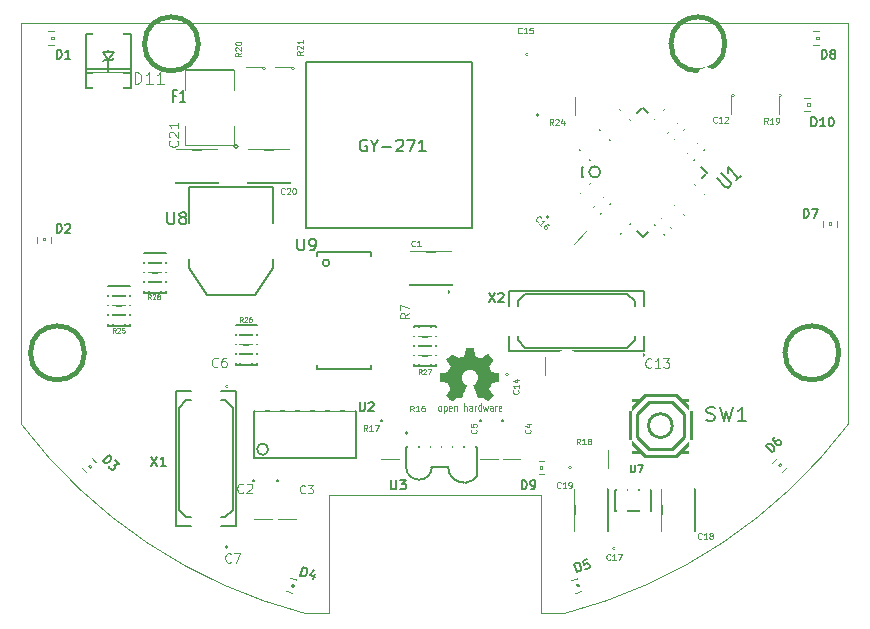
<source format=gbr>
G04 (created by PCBNEW (2013-07-07 BZR 4022)-stable) date 7/26/2015 4:19:23 PM*
%MOIN*%
G04 Gerber Fmt 3.4, Leading zero omitted, Abs format*
%FSLAX34Y34*%
G01*
G70*
G90*
G04 APERTURE LIST*
%ADD10C,0.00590551*%
%ADD11C,0.00393701*%
%ADD12C,0.006*%
%ADD13C,0.005*%
%ADD14C,0.0039*%
%ADD15C,0.0026*%
%ADD16C,0.004*%
%ADD17C,0.002*%
%ADD18C,0.015*%
%ADD19C,0.00295276*%
%ADD20C,0.0001*%
%ADD21C,0.01*%
%ADD22C,0.008*%
%ADD23C,0.0059*%
%ADD24C,0.0043*%
%ADD25C,0.0047*%
%ADD26C,0.0016*%
%ADD27R,0.0371654X0.0619685*%
%ADD28R,0.0319685X0.0419685*%
%ADD29R,0.0369685X0.0619685*%
%ADD30R,0.0469685X0.0669685*%
%ADD31R,0.0669685X0.0469685*%
%ADD32R,0.0669685X0.0669685*%
%ADD33C,0.0669685*%
%ADD34R,0.228468X0.0906685*%
%ADD35R,0.0906685X0.228468*%
%ADD36R,0.0719685X0.0719685*%
%ADD37C,0.0719685*%
%ADD38C,0.0906685*%
%ADD39R,0.0591685X0.0591685*%
%ADD40R,0.110369X0.0887685*%
%ADD41R,0.0887685X0.110369*%
%ADD42R,0.0698685X0.0284685*%
%ADD43C,0.153701*%
%ADD44C,0.130079*%
%ADD45C,0.0769291*%
%ADD46R,0.0419685X0.0289685*%
%ADD47R,0.0513685X0.0513685*%
%ADD48C,0.0907087*%
%ADD49R,0.155968X0.0919685*%
%ADD50R,0.0519685X0.0919685*%
%ADD51R,0.161968X0.0669685*%
%ADD52R,0.0985685X0.0749685*%
G04 APERTURE END LIST*
G54D10*
G54D11*
X102367Y-58653D02*
G75*
G02X92910Y-64961I-13785J10425D01*
G74*
G01*
X92913Y-64960D02*
X92125Y-64960D01*
X84251Y-64960D02*
X85039Y-64960D01*
X85039Y-61023D02*
X92125Y-61023D01*
X74797Y-58653D02*
G75*
G03X84255Y-64961I13785J10425D01*
G74*
G01*
X92125Y-61023D02*
X92125Y-64960D01*
X85039Y-61023D02*
X85039Y-64960D01*
X74803Y-58661D02*
X74803Y-45275D01*
X102362Y-45275D02*
X102362Y-58661D01*
X74803Y-45275D02*
X102362Y-45275D01*
G54D10*
X88468Y-60070D02*
X89019Y-60070D01*
X89984Y-59421D02*
X89984Y-60366D01*
X89236Y-60504D02*
G75*
G03X89984Y-60385I314J433D01*
G74*
G01*
X89019Y-60070D02*
G75*
G03X89551Y-60602I531J0D01*
G74*
G01*
X88055Y-60503D02*
G75*
G03X88488Y-60070I0J433D01*
G74*
G01*
X87622Y-60110D02*
G75*
G03X88094Y-60503I433J39D01*
G74*
G01*
X89984Y-59421D02*
X87622Y-59421D01*
X87622Y-59421D02*
X87622Y-60090D01*
G54D12*
X97670Y-49620D02*
X97352Y-49938D01*
X96129Y-48079D02*
X95818Y-48390D01*
X97670Y-49620D02*
X96129Y-48079D01*
X97380Y-50575D02*
X97684Y-50879D01*
X95825Y-52145D02*
X96122Y-52442D01*
X96115Y-52449D02*
X97692Y-50886D01*
X93322Y-49627D02*
X94849Y-48086D01*
X93505Y-50419D02*
X95507Y-52420D01*
X94863Y-48086D02*
X95153Y-48376D01*
X93513Y-50073D02*
X95478Y-48107D01*
X97670Y-50271D02*
X95521Y-48121D01*
X95514Y-52427D02*
X97635Y-50306D01*
X93307Y-50858D02*
X94877Y-52427D01*
X94877Y-52427D02*
X95195Y-52109D01*
X93501Y-50409D02*
X93501Y-50084D01*
X93309Y-50856D02*
X93628Y-50537D01*
X93640Y-49945D02*
X93320Y-49626D01*
X94101Y-50244D02*
G75*
G03X94101Y-50244I-188J0D01*
G74*
G01*
G54D13*
X94600Y-61550D02*
X94600Y-60850D01*
X94600Y-60850D02*
X95800Y-60850D01*
X95800Y-60850D02*
X95800Y-61550D01*
X95800Y-61550D02*
X94600Y-61550D01*
X82550Y-58220D02*
X82550Y-59780D01*
X82550Y-59780D02*
X85950Y-59780D01*
X85950Y-59780D02*
X85950Y-58220D01*
X85950Y-58220D02*
X82550Y-58220D01*
X83250Y-58220D02*
X83250Y-57790D01*
X83750Y-58220D02*
X83750Y-57790D01*
X84250Y-58220D02*
X84250Y-57790D01*
X82750Y-58220D02*
X82750Y-57790D01*
X84750Y-57790D02*
X84750Y-58220D01*
X85250Y-57790D02*
X85250Y-58220D01*
X85750Y-57790D02*
X85750Y-58220D01*
X85750Y-59780D02*
X85750Y-60210D01*
X85250Y-59780D02*
X85250Y-60210D01*
X82750Y-59780D02*
X82750Y-60210D01*
X83250Y-60210D02*
X83250Y-59780D01*
X84750Y-60210D02*
X84750Y-59780D01*
X84250Y-60210D02*
X84250Y-59780D01*
X83750Y-60210D02*
X83750Y-59780D01*
X83026Y-59490D02*
G75*
G03X83026Y-59490I-186J0D01*
G74*
G01*
G54D14*
X91703Y-46325D02*
G75*
G03X91703Y-46325I-50J0D01*
G74*
G01*
X92103Y-46325D02*
X91703Y-46325D01*
X91703Y-46325D02*
X91703Y-45725D01*
X91703Y-45725D02*
X92103Y-45725D01*
X92503Y-45725D02*
X92903Y-45725D01*
X92903Y-45725D02*
X92903Y-46325D01*
X92903Y-46325D02*
X92503Y-46325D01*
X98560Y-47700D02*
G75*
G03X98560Y-47700I-50J0D01*
G74*
G01*
X98060Y-47700D02*
X98460Y-47700D01*
X98460Y-47700D02*
X98460Y-48300D01*
X98460Y-48300D02*
X98060Y-48300D01*
X97660Y-48300D02*
X97260Y-48300D01*
X97260Y-48300D02*
X97260Y-47700D01*
X97260Y-47700D02*
X97660Y-47700D01*
X92050Y-48350D02*
G75*
G03X92050Y-48350I-50J0D01*
G74*
G01*
X92450Y-48350D02*
X92050Y-48350D01*
X92050Y-48350D02*
X92050Y-47750D01*
X92050Y-47750D02*
X92450Y-47750D01*
X92850Y-47750D02*
X93250Y-47750D01*
X93250Y-47750D02*
X93250Y-48350D01*
X93250Y-48350D02*
X92850Y-48350D01*
X100140Y-47700D02*
G75*
G03X100140Y-47700I-50J0D01*
G74*
G01*
X99640Y-47700D02*
X100040Y-47700D01*
X100040Y-47700D02*
X100040Y-48300D01*
X100040Y-48300D02*
X99640Y-48300D01*
X99240Y-48300D02*
X98840Y-48300D01*
X98840Y-48300D02*
X98840Y-47700D01*
X98840Y-47700D02*
X99240Y-47700D01*
X82950Y-46800D02*
G75*
G03X82950Y-46800I-50J0D01*
G74*
G01*
X82900Y-46350D02*
X82900Y-46750D01*
X82900Y-46750D02*
X82300Y-46750D01*
X82300Y-46750D02*
X82300Y-46350D01*
X82300Y-45950D02*
X82300Y-45550D01*
X82300Y-45550D02*
X82900Y-45550D01*
X82900Y-45550D02*
X82900Y-45950D01*
X83900Y-46800D02*
G75*
G03X83900Y-46800I-50J0D01*
G74*
G01*
X83850Y-46350D02*
X83850Y-46750D01*
X83850Y-46750D02*
X83250Y-46750D01*
X83250Y-46750D02*
X83250Y-46350D01*
X83250Y-45950D02*
X83250Y-45550D01*
X83250Y-45550D02*
X83850Y-45550D01*
X83850Y-45550D02*
X83850Y-45950D01*
X81700Y-62750D02*
G75*
G03X81700Y-62750I-50J0D01*
G74*
G01*
X82100Y-62750D02*
X81700Y-62750D01*
X81700Y-62750D02*
X81700Y-62150D01*
X81700Y-62150D02*
X82100Y-62150D01*
X82500Y-62150D02*
X82900Y-62150D01*
X82900Y-62150D02*
X82900Y-62750D01*
X82900Y-62750D02*
X82500Y-62750D01*
X94600Y-62800D02*
G75*
G03X94600Y-62800I-50J0D01*
G74*
G01*
X95000Y-62800D02*
X94600Y-62800D01*
X94600Y-62800D02*
X94600Y-62200D01*
X94600Y-62200D02*
X95000Y-62200D01*
X95400Y-62200D02*
X95800Y-62200D01*
X95800Y-62200D02*
X95800Y-62800D01*
X95800Y-62800D02*
X95400Y-62800D01*
X92378Y-51752D02*
G75*
G03X92378Y-51752I-49J0D01*
G74*
G01*
X92646Y-52070D02*
X92363Y-51787D01*
X92363Y-51787D02*
X92787Y-51363D01*
X92787Y-51363D02*
X93070Y-51646D01*
X93353Y-51929D02*
X93636Y-52212D01*
X93636Y-52212D02*
X93212Y-52636D01*
X93212Y-52636D02*
X92929Y-52353D01*
X93150Y-60100D02*
G75*
G03X93150Y-60100I-50J0D01*
G74*
G01*
X93550Y-60100D02*
X93150Y-60100D01*
X93150Y-60100D02*
X93150Y-59500D01*
X93150Y-59500D02*
X93550Y-59500D01*
X93950Y-59500D02*
X94350Y-59500D01*
X94350Y-59500D02*
X94350Y-60100D01*
X94350Y-60100D02*
X93950Y-60100D01*
X89100Y-54250D02*
G75*
G03X89100Y-54250I-50J0D01*
G74*
G01*
X88600Y-54250D02*
X89000Y-54250D01*
X89000Y-54250D02*
X89000Y-54850D01*
X89000Y-54850D02*
X88600Y-54850D01*
X88200Y-54850D02*
X87800Y-54850D01*
X87800Y-54850D02*
X87800Y-54250D01*
X87800Y-54250D02*
X88200Y-54250D01*
X82600Y-60550D02*
G75*
G03X82600Y-60550I-50J0D01*
G74*
G01*
X82550Y-61000D02*
X82550Y-60600D01*
X82550Y-60600D02*
X83150Y-60600D01*
X83150Y-60600D02*
X83150Y-61000D01*
X83150Y-61400D02*
X83150Y-61800D01*
X83150Y-61800D02*
X82550Y-61800D01*
X82550Y-61800D02*
X82550Y-61400D01*
X83400Y-60550D02*
G75*
G03X83400Y-60550I-50J0D01*
G74*
G01*
X83350Y-61000D02*
X83350Y-60600D01*
X83350Y-60600D02*
X83950Y-60600D01*
X83950Y-60600D02*
X83950Y-61000D01*
X83950Y-61400D02*
X83950Y-61800D01*
X83950Y-61800D02*
X83350Y-61800D01*
X83350Y-61800D02*
X83350Y-61400D01*
X91050Y-57000D02*
G75*
G03X91050Y-57000I-50J0D01*
G74*
G01*
X91450Y-57000D02*
X91050Y-57000D01*
X91050Y-57000D02*
X91050Y-56400D01*
X91050Y-56400D02*
X91450Y-56400D01*
X91850Y-56400D02*
X92250Y-56400D01*
X92250Y-56400D02*
X92250Y-57000D01*
X92250Y-57000D02*
X91850Y-57000D01*
X95600Y-56350D02*
G75*
G03X95600Y-56350I-50J0D01*
G74*
G01*
X95100Y-56350D02*
X95500Y-56350D01*
X95500Y-56350D02*
X95500Y-56950D01*
X95500Y-56950D02*
X95100Y-56950D01*
X94700Y-56950D02*
X94300Y-56950D01*
X94300Y-56950D02*
X94300Y-56350D01*
X94300Y-56350D02*
X94700Y-56350D01*
X86850Y-58550D02*
G75*
G03X86850Y-58550I-50J0D01*
G74*
G01*
X86800Y-59000D02*
X86800Y-58600D01*
X86800Y-58600D02*
X87400Y-58600D01*
X87400Y-58600D02*
X87400Y-59000D01*
X87400Y-59400D02*
X87400Y-59800D01*
X87400Y-59800D02*
X86800Y-59800D01*
X86800Y-59800D02*
X86800Y-59400D01*
X90150Y-58550D02*
G75*
G03X90150Y-58550I-50J0D01*
G74*
G01*
X90100Y-59000D02*
X90100Y-58600D01*
X90100Y-58600D02*
X90700Y-58600D01*
X90700Y-58600D02*
X90700Y-59000D01*
X90700Y-59400D02*
X90700Y-59800D01*
X90700Y-59800D02*
X90100Y-59800D01*
X90100Y-59800D02*
X90100Y-59400D01*
X90900Y-58550D02*
G75*
G03X90900Y-58550I-50J0D01*
G74*
G01*
X90850Y-59000D02*
X90850Y-58600D01*
X90850Y-58600D02*
X91450Y-58600D01*
X91450Y-58600D02*
X91450Y-59000D01*
X91450Y-59400D02*
X91450Y-59800D01*
X91450Y-59800D02*
X90850Y-59800D01*
X90850Y-59800D02*
X90850Y-59400D01*
X81700Y-57400D02*
G75*
G03X81700Y-57400I-50J0D01*
G74*
G01*
X82100Y-57400D02*
X81700Y-57400D01*
X81700Y-57400D02*
X81700Y-56800D01*
X81700Y-56800D02*
X82100Y-56800D01*
X82500Y-56800D02*
X82900Y-56800D01*
X82900Y-56800D02*
X82900Y-57400D01*
X82900Y-57400D02*
X82500Y-57400D01*
X87700Y-58950D02*
G75*
G03X87700Y-58950I-50J0D01*
G74*
G01*
X88100Y-58950D02*
X87700Y-58950D01*
X87700Y-58950D02*
X87700Y-58350D01*
X87700Y-58350D02*
X88100Y-58350D01*
X88500Y-58350D02*
X88900Y-58350D01*
X88900Y-58350D02*
X88900Y-58950D01*
X88900Y-58950D02*
X88500Y-58950D01*
G54D10*
X91350Y-54550D02*
X91350Y-54700D01*
X91350Y-55850D02*
X91350Y-55700D01*
X95250Y-55850D02*
X95250Y-55700D01*
X95250Y-54550D02*
X95250Y-54700D01*
X95550Y-54200D02*
X95550Y-54700D01*
X95550Y-56200D02*
X95550Y-55700D01*
X91050Y-56200D02*
X91050Y-55700D01*
X91050Y-54200D02*
X91050Y-54700D01*
X91350Y-55850D02*
X91600Y-56100D01*
X91600Y-56100D02*
X95000Y-56100D01*
X95000Y-56100D02*
X95250Y-55850D01*
X95250Y-54550D02*
X95000Y-54300D01*
X95000Y-54300D02*
X91600Y-54300D01*
X91600Y-54300D02*
X91350Y-54550D01*
X95550Y-56200D02*
X91050Y-56200D01*
X91050Y-54200D02*
X95550Y-54200D01*
X80300Y-61750D02*
X80450Y-61750D01*
X81600Y-61750D02*
X81450Y-61750D01*
X81600Y-57850D02*
X81450Y-57850D01*
X80300Y-57850D02*
X80450Y-57850D01*
X79950Y-57550D02*
X80450Y-57550D01*
X81950Y-57550D02*
X81450Y-57550D01*
X81950Y-62050D02*
X81450Y-62050D01*
X79950Y-62050D02*
X80450Y-62050D01*
X81600Y-61750D02*
X81850Y-61500D01*
X81850Y-61500D02*
X81850Y-58100D01*
X81850Y-58100D02*
X81600Y-57850D01*
X80300Y-57850D02*
X80050Y-58100D01*
X80050Y-58100D02*
X80050Y-61500D01*
X80050Y-61500D02*
X80300Y-61750D01*
X81950Y-57550D02*
X81950Y-62050D01*
X79950Y-62050D02*
X79950Y-57550D01*
G54D15*
X101196Y-48118D02*
X101196Y-48246D01*
X101196Y-48246D02*
X101393Y-48246D01*
X101393Y-48118D02*
X101393Y-48246D01*
X101196Y-48118D02*
X101393Y-48118D01*
X101196Y-47873D02*
X101196Y-47932D01*
X101196Y-47932D02*
X101295Y-47932D01*
X101295Y-47873D02*
X101295Y-47932D01*
X101196Y-47873D02*
X101295Y-47873D01*
X101196Y-48068D02*
X101196Y-48127D01*
X101196Y-48127D02*
X101295Y-48127D01*
X101295Y-48068D02*
X101295Y-48127D01*
X101196Y-48068D02*
X101295Y-48068D01*
X101196Y-47922D02*
X101196Y-48078D01*
X101196Y-48078D02*
X101265Y-48078D01*
X101265Y-47922D02*
X101265Y-48078D01*
X101196Y-47922D02*
X101265Y-47922D01*
X100607Y-48118D02*
X100607Y-48246D01*
X100607Y-48246D02*
X100804Y-48246D01*
X100804Y-48118D02*
X100804Y-48246D01*
X100607Y-48118D02*
X100804Y-48118D01*
X100607Y-47754D02*
X100607Y-47882D01*
X100607Y-47882D02*
X100804Y-47882D01*
X100804Y-47754D02*
X100804Y-47882D01*
X100607Y-47754D02*
X100804Y-47754D01*
X100705Y-48068D02*
X100705Y-48127D01*
X100705Y-48127D02*
X100804Y-48127D01*
X100804Y-48068D02*
X100804Y-48127D01*
X100705Y-48068D02*
X100804Y-48068D01*
X100705Y-47873D02*
X100705Y-47932D01*
X100705Y-47932D02*
X100804Y-47932D01*
X100804Y-47873D02*
X100804Y-47932D01*
X100705Y-47873D02*
X100804Y-47873D01*
X100735Y-47922D02*
X100735Y-48078D01*
X100735Y-48078D02*
X100804Y-48078D01*
X100804Y-47922D02*
X100804Y-48078D01*
X100735Y-47922D02*
X100804Y-47922D01*
X101000Y-47961D02*
X101000Y-48039D01*
X101000Y-48039D02*
X101078Y-48039D01*
X101078Y-47961D02*
X101078Y-48039D01*
X101000Y-47961D02*
X101078Y-47961D01*
X101196Y-47764D02*
X101196Y-47882D01*
X101196Y-47882D02*
X101314Y-47882D01*
X101314Y-47764D02*
X101314Y-47882D01*
X101196Y-47764D02*
X101314Y-47764D01*
X101364Y-47754D02*
X101364Y-47843D01*
X101364Y-47843D02*
X101393Y-47843D01*
X101393Y-47754D02*
X101393Y-47843D01*
X101364Y-47754D02*
X101393Y-47754D01*
G54D16*
X101206Y-48226D02*
X100794Y-48226D01*
X100804Y-47774D02*
X101364Y-47774D01*
G54D17*
X101362Y-47823D02*
G75*
G03X101362Y-47823I-28J0D01*
G74*
G01*
G54D16*
X101393Y-47863D02*
G75*
G03X101393Y-48137I0J-137D01*
G74*
G01*
X100607Y-48137D02*
G75*
G03X100607Y-47863I0J137D01*
G74*
G01*
G54D15*
X91954Y-59982D02*
X91954Y-59854D01*
X91954Y-59854D02*
X91757Y-59854D01*
X91757Y-59982D02*
X91757Y-59854D01*
X91954Y-59982D02*
X91757Y-59982D01*
X91954Y-60227D02*
X91954Y-60168D01*
X91954Y-60168D02*
X91855Y-60168D01*
X91855Y-60227D02*
X91855Y-60168D01*
X91954Y-60227D02*
X91855Y-60227D01*
X91954Y-60032D02*
X91954Y-59973D01*
X91954Y-59973D02*
X91855Y-59973D01*
X91855Y-60032D02*
X91855Y-59973D01*
X91954Y-60032D02*
X91855Y-60032D01*
X91954Y-60178D02*
X91954Y-60022D01*
X91954Y-60022D02*
X91885Y-60022D01*
X91885Y-60178D02*
X91885Y-60022D01*
X91954Y-60178D02*
X91885Y-60178D01*
X92543Y-59982D02*
X92543Y-59854D01*
X92543Y-59854D02*
X92346Y-59854D01*
X92346Y-59982D02*
X92346Y-59854D01*
X92543Y-59982D02*
X92346Y-59982D01*
X92543Y-60346D02*
X92543Y-60218D01*
X92543Y-60218D02*
X92346Y-60218D01*
X92346Y-60346D02*
X92346Y-60218D01*
X92543Y-60346D02*
X92346Y-60346D01*
X92445Y-60032D02*
X92445Y-59973D01*
X92445Y-59973D02*
X92346Y-59973D01*
X92346Y-60032D02*
X92346Y-59973D01*
X92445Y-60032D02*
X92346Y-60032D01*
X92445Y-60227D02*
X92445Y-60168D01*
X92445Y-60168D02*
X92346Y-60168D01*
X92346Y-60227D02*
X92346Y-60168D01*
X92445Y-60227D02*
X92346Y-60227D01*
X92415Y-60178D02*
X92415Y-60022D01*
X92415Y-60022D02*
X92346Y-60022D01*
X92346Y-60178D02*
X92346Y-60022D01*
X92415Y-60178D02*
X92346Y-60178D01*
X92150Y-60139D02*
X92150Y-60061D01*
X92150Y-60061D02*
X92072Y-60061D01*
X92072Y-60139D02*
X92072Y-60061D01*
X92150Y-60139D02*
X92072Y-60139D01*
X91954Y-60336D02*
X91954Y-60218D01*
X91954Y-60218D02*
X91836Y-60218D01*
X91836Y-60336D02*
X91836Y-60218D01*
X91954Y-60336D02*
X91836Y-60336D01*
X91786Y-60346D02*
X91786Y-60257D01*
X91786Y-60257D02*
X91757Y-60257D01*
X91757Y-60346D02*
X91757Y-60257D01*
X91786Y-60346D02*
X91757Y-60346D01*
G54D16*
X91944Y-59874D02*
X92356Y-59874D01*
X92346Y-60326D02*
X91786Y-60326D01*
G54D17*
X91844Y-60277D02*
G75*
G03X91844Y-60277I-28J0D01*
G74*
G01*
G54D16*
X91757Y-60237D02*
G75*
G03X91757Y-59963I0J137D01*
G74*
G01*
X92543Y-59963D02*
G75*
G03X92543Y-60237I0J-137D01*
G74*
G01*
G54D15*
X101868Y-51804D02*
X101996Y-51804D01*
X101996Y-51804D02*
X101996Y-51607D01*
X101868Y-51607D02*
X101996Y-51607D01*
X101868Y-51804D02*
X101868Y-51607D01*
X101623Y-51804D02*
X101682Y-51804D01*
X101682Y-51804D02*
X101682Y-51705D01*
X101623Y-51705D02*
X101682Y-51705D01*
X101623Y-51804D02*
X101623Y-51705D01*
X101818Y-51804D02*
X101877Y-51804D01*
X101877Y-51804D02*
X101877Y-51705D01*
X101818Y-51705D02*
X101877Y-51705D01*
X101818Y-51804D02*
X101818Y-51705D01*
X101672Y-51804D02*
X101828Y-51804D01*
X101828Y-51804D02*
X101828Y-51735D01*
X101672Y-51735D02*
X101828Y-51735D01*
X101672Y-51804D02*
X101672Y-51735D01*
X101868Y-52393D02*
X101996Y-52393D01*
X101996Y-52393D02*
X101996Y-52196D01*
X101868Y-52196D02*
X101996Y-52196D01*
X101868Y-52393D02*
X101868Y-52196D01*
X101504Y-52393D02*
X101632Y-52393D01*
X101632Y-52393D02*
X101632Y-52196D01*
X101504Y-52196D02*
X101632Y-52196D01*
X101504Y-52393D02*
X101504Y-52196D01*
X101818Y-52295D02*
X101877Y-52295D01*
X101877Y-52295D02*
X101877Y-52196D01*
X101818Y-52196D02*
X101877Y-52196D01*
X101818Y-52295D02*
X101818Y-52196D01*
X101623Y-52295D02*
X101682Y-52295D01*
X101682Y-52295D02*
X101682Y-52196D01*
X101623Y-52196D02*
X101682Y-52196D01*
X101623Y-52295D02*
X101623Y-52196D01*
X101672Y-52265D02*
X101828Y-52265D01*
X101828Y-52265D02*
X101828Y-52196D01*
X101672Y-52196D02*
X101828Y-52196D01*
X101672Y-52265D02*
X101672Y-52196D01*
X101711Y-52000D02*
X101789Y-52000D01*
X101789Y-52000D02*
X101789Y-51922D01*
X101711Y-51922D02*
X101789Y-51922D01*
X101711Y-52000D02*
X101711Y-51922D01*
X101514Y-51804D02*
X101632Y-51804D01*
X101632Y-51804D02*
X101632Y-51686D01*
X101514Y-51686D02*
X101632Y-51686D01*
X101514Y-51804D02*
X101514Y-51686D01*
X101504Y-51636D02*
X101593Y-51636D01*
X101593Y-51636D02*
X101593Y-51607D01*
X101504Y-51607D02*
X101593Y-51607D01*
X101504Y-51636D02*
X101504Y-51607D01*
G54D16*
X101976Y-51794D02*
X101976Y-52206D01*
X101524Y-52196D02*
X101524Y-51636D01*
G54D17*
X101601Y-51666D02*
G75*
G03X101601Y-51666I-28J0D01*
G74*
G01*
G54D16*
X101613Y-51607D02*
G75*
G03X101887Y-51607I137J0D01*
G74*
G01*
X101887Y-52393D02*
G75*
G03X101613Y-52393I-137J0D01*
G74*
G01*
G54D15*
X101499Y-45893D02*
X101499Y-46021D01*
X101499Y-46021D02*
X101696Y-46021D01*
X101696Y-45893D02*
X101696Y-46021D01*
X101499Y-45893D02*
X101696Y-45893D01*
X101499Y-45648D02*
X101499Y-45707D01*
X101499Y-45707D02*
X101598Y-45707D01*
X101598Y-45648D02*
X101598Y-45707D01*
X101499Y-45648D02*
X101598Y-45648D01*
X101499Y-45843D02*
X101499Y-45902D01*
X101499Y-45902D02*
X101598Y-45902D01*
X101598Y-45843D02*
X101598Y-45902D01*
X101499Y-45843D02*
X101598Y-45843D01*
X101499Y-45697D02*
X101499Y-45853D01*
X101499Y-45853D02*
X101568Y-45853D01*
X101568Y-45697D02*
X101568Y-45853D01*
X101499Y-45697D02*
X101568Y-45697D01*
X100910Y-45893D02*
X100910Y-46021D01*
X100910Y-46021D02*
X101107Y-46021D01*
X101107Y-45893D02*
X101107Y-46021D01*
X100910Y-45893D02*
X101107Y-45893D01*
X100910Y-45529D02*
X100910Y-45657D01*
X100910Y-45657D02*
X101107Y-45657D01*
X101107Y-45529D02*
X101107Y-45657D01*
X100910Y-45529D02*
X101107Y-45529D01*
X101008Y-45843D02*
X101008Y-45902D01*
X101008Y-45902D02*
X101107Y-45902D01*
X101107Y-45843D02*
X101107Y-45902D01*
X101008Y-45843D02*
X101107Y-45843D01*
X101008Y-45648D02*
X101008Y-45707D01*
X101008Y-45707D02*
X101107Y-45707D01*
X101107Y-45648D02*
X101107Y-45707D01*
X101008Y-45648D02*
X101107Y-45648D01*
X101038Y-45697D02*
X101038Y-45853D01*
X101038Y-45853D02*
X101107Y-45853D01*
X101107Y-45697D02*
X101107Y-45853D01*
X101038Y-45697D02*
X101107Y-45697D01*
X101303Y-45736D02*
X101303Y-45814D01*
X101303Y-45814D02*
X101381Y-45814D01*
X101381Y-45736D02*
X101381Y-45814D01*
X101303Y-45736D02*
X101381Y-45736D01*
X101499Y-45539D02*
X101499Y-45657D01*
X101499Y-45657D02*
X101617Y-45657D01*
X101617Y-45539D02*
X101617Y-45657D01*
X101499Y-45539D02*
X101617Y-45539D01*
X101667Y-45529D02*
X101667Y-45618D01*
X101667Y-45618D02*
X101696Y-45618D01*
X101696Y-45529D02*
X101696Y-45618D01*
X101667Y-45529D02*
X101696Y-45529D01*
G54D16*
X101509Y-46001D02*
X101097Y-46001D01*
X101107Y-45549D02*
X101667Y-45549D01*
G54D17*
X101665Y-45598D02*
G75*
G03X101665Y-45598I-28J0D01*
G74*
G01*
G54D16*
X101696Y-45638D02*
G75*
G03X101696Y-45912I0J-137D01*
G74*
G01*
X100910Y-45912D02*
G75*
G03X100910Y-45638I0J137D01*
G74*
G01*
G54D15*
X83953Y-64198D02*
X83913Y-64320D01*
X83913Y-64320D02*
X84100Y-64380D01*
X84140Y-64259D02*
X84100Y-64380D01*
X83953Y-64198D02*
X84140Y-64259D01*
X84028Y-63965D02*
X84010Y-64021D01*
X84010Y-64021D02*
X84104Y-64052D01*
X84122Y-63995D02*
X84104Y-64052D01*
X84028Y-63965D02*
X84122Y-63995D01*
X83968Y-64150D02*
X83950Y-64206D01*
X83950Y-64206D02*
X84044Y-64237D01*
X84062Y-64181D02*
X84044Y-64237D01*
X83968Y-64150D02*
X84062Y-64181D01*
X84013Y-64011D02*
X83965Y-64160D01*
X83965Y-64160D02*
X84031Y-64181D01*
X84079Y-64033D02*
X84031Y-64181D01*
X84013Y-64011D02*
X84079Y-64033D01*
X83392Y-64016D02*
X83353Y-64138D01*
X83353Y-64138D02*
X83540Y-64198D01*
X83580Y-64077D02*
X83540Y-64198D01*
X83392Y-64016D02*
X83580Y-64077D01*
X83505Y-63670D02*
X83465Y-63791D01*
X83465Y-63791D02*
X83653Y-63852D01*
X83692Y-63731D02*
X83653Y-63852D01*
X83505Y-63670D02*
X83692Y-63731D01*
X83501Y-63999D02*
X83483Y-64055D01*
X83483Y-64055D02*
X83577Y-64085D01*
X83595Y-64029D02*
X83577Y-64085D01*
X83501Y-63999D02*
X83595Y-64029D01*
X83561Y-63813D02*
X83543Y-63869D01*
X83543Y-63869D02*
X83637Y-63900D01*
X83655Y-63844D02*
X83637Y-63900D01*
X83561Y-63813D02*
X83655Y-63844D01*
X83575Y-63869D02*
X83527Y-64017D01*
X83527Y-64017D02*
X83592Y-64039D01*
X83640Y-63890D02*
X83592Y-64039D01*
X83575Y-63869D02*
X83640Y-63890D01*
X83815Y-63988D02*
X83791Y-64062D01*
X83791Y-64062D02*
X83865Y-64086D01*
X83889Y-64012D02*
X83865Y-64086D01*
X83815Y-63988D02*
X83889Y-64012D01*
X84062Y-63861D02*
X84026Y-63973D01*
X84026Y-63973D02*
X84138Y-64010D01*
X84174Y-63898D02*
X84138Y-64010D01*
X84062Y-63861D02*
X84174Y-63898D01*
X84225Y-63904D02*
X84197Y-63988D01*
X84197Y-63988D02*
X84225Y-63997D01*
X84252Y-63913D02*
X84225Y-63997D01*
X84225Y-63904D02*
X84252Y-63913D01*
G54D16*
X83929Y-64304D02*
X83537Y-64176D01*
X83686Y-63750D02*
X84219Y-63923D01*
G54D17*
X84203Y-63960D02*
G75*
G03X84203Y-63960I-28J0D01*
G74*
G01*
G54D16*
X84219Y-64016D02*
G75*
G03X84134Y-64277I-42J-130D01*
G74*
G01*
X83387Y-64034D02*
G75*
G03X83471Y-63773I42J130D01*
G74*
G01*
G54D15*
X100275Y-59970D02*
X100365Y-60060D01*
X100365Y-60060D02*
X100504Y-59921D01*
X100414Y-59831D02*
X100504Y-59921D01*
X100275Y-59970D02*
X100414Y-59831D01*
X100101Y-59797D02*
X100143Y-59838D01*
X100143Y-59838D02*
X100213Y-59768D01*
X100171Y-59727D02*
X100213Y-59768D01*
X100101Y-59797D02*
X100171Y-59727D01*
X100239Y-59935D02*
X100281Y-59976D01*
X100281Y-59976D02*
X100351Y-59906D01*
X100309Y-59865D02*
X100351Y-59906D01*
X100239Y-59935D02*
X100309Y-59865D01*
X100136Y-59831D02*
X100246Y-59942D01*
X100246Y-59942D02*
X100295Y-59893D01*
X100185Y-59783D02*
X100295Y-59893D01*
X100136Y-59831D02*
X100185Y-59783D01*
X99858Y-60386D02*
X99949Y-60477D01*
X99949Y-60477D02*
X100088Y-60338D01*
X99997Y-60247D02*
X100088Y-60338D01*
X99858Y-60386D02*
X99997Y-60247D01*
X99601Y-60129D02*
X99691Y-60220D01*
X99691Y-60220D02*
X99831Y-60080D01*
X99740Y-59990D02*
X99831Y-60080D01*
X99601Y-60129D02*
X99740Y-59990D01*
X99892Y-60282D02*
X99934Y-60323D01*
X99934Y-60323D02*
X100004Y-60253D01*
X99962Y-60212D02*
X100004Y-60253D01*
X99892Y-60282D02*
X99962Y-60212D01*
X99754Y-60144D02*
X99796Y-60186D01*
X99796Y-60186D02*
X99866Y-60116D01*
X99824Y-60074D02*
X99866Y-60116D01*
X99754Y-60144D02*
X99824Y-60074D01*
X99810Y-60157D02*
X99920Y-60268D01*
X99920Y-60268D02*
X99969Y-60219D01*
X99859Y-60109D02*
X99969Y-60219D01*
X99810Y-60157D02*
X99859Y-60109D01*
X100025Y-59998D02*
X100080Y-60053D01*
X100080Y-60053D02*
X100135Y-59998D01*
X100080Y-59942D02*
X100135Y-59998D01*
X100025Y-59998D02*
X100080Y-59942D01*
X100024Y-59720D02*
X100108Y-59803D01*
X100108Y-59803D02*
X100191Y-59720D01*
X100108Y-59636D02*
X100191Y-59720D01*
X100024Y-59720D02*
X100108Y-59636D01*
X100136Y-59594D02*
X100199Y-59657D01*
X100199Y-59657D02*
X100220Y-59636D01*
X100157Y-59573D02*
X100220Y-59636D01*
X100136Y-59594D02*
X100157Y-59573D01*
G54D16*
X100358Y-60039D02*
X100067Y-60331D01*
X99754Y-60004D02*
X100150Y-59608D01*
G54D17*
X100192Y-59664D02*
G75*
G03X100192Y-59664I-28J0D01*
G74*
G01*
G54D16*
X100234Y-59650D02*
G75*
G03X100427Y-59844I96J-96D01*
G74*
G01*
X99872Y-60400D02*
G75*
G03X99678Y-60206I-96J96D01*
G74*
G01*
G54D15*
X75999Y-45893D02*
X75999Y-46021D01*
X75999Y-46021D02*
X76196Y-46021D01*
X76196Y-45893D02*
X76196Y-46021D01*
X75999Y-45893D02*
X76196Y-45893D01*
X75999Y-45648D02*
X75999Y-45707D01*
X75999Y-45707D02*
X76098Y-45707D01*
X76098Y-45648D02*
X76098Y-45707D01*
X75999Y-45648D02*
X76098Y-45648D01*
X75999Y-45843D02*
X75999Y-45902D01*
X75999Y-45902D02*
X76098Y-45902D01*
X76098Y-45843D02*
X76098Y-45902D01*
X75999Y-45843D02*
X76098Y-45843D01*
X75999Y-45697D02*
X75999Y-45853D01*
X75999Y-45853D02*
X76068Y-45853D01*
X76068Y-45697D02*
X76068Y-45853D01*
X75999Y-45697D02*
X76068Y-45697D01*
X75410Y-45893D02*
X75410Y-46021D01*
X75410Y-46021D02*
X75607Y-46021D01*
X75607Y-45893D02*
X75607Y-46021D01*
X75410Y-45893D02*
X75607Y-45893D01*
X75410Y-45529D02*
X75410Y-45657D01*
X75410Y-45657D02*
X75607Y-45657D01*
X75607Y-45529D02*
X75607Y-45657D01*
X75410Y-45529D02*
X75607Y-45529D01*
X75508Y-45843D02*
X75508Y-45902D01*
X75508Y-45902D02*
X75607Y-45902D01*
X75607Y-45843D02*
X75607Y-45902D01*
X75508Y-45843D02*
X75607Y-45843D01*
X75508Y-45648D02*
X75508Y-45707D01*
X75508Y-45707D02*
X75607Y-45707D01*
X75607Y-45648D02*
X75607Y-45707D01*
X75508Y-45648D02*
X75607Y-45648D01*
X75538Y-45697D02*
X75538Y-45853D01*
X75538Y-45853D02*
X75607Y-45853D01*
X75607Y-45697D02*
X75607Y-45853D01*
X75538Y-45697D02*
X75607Y-45697D01*
X75803Y-45736D02*
X75803Y-45814D01*
X75803Y-45814D02*
X75881Y-45814D01*
X75881Y-45736D02*
X75881Y-45814D01*
X75803Y-45736D02*
X75881Y-45736D01*
X75999Y-45539D02*
X75999Y-45657D01*
X75999Y-45657D02*
X76117Y-45657D01*
X76117Y-45539D02*
X76117Y-45657D01*
X75999Y-45539D02*
X76117Y-45539D01*
X76167Y-45529D02*
X76167Y-45618D01*
X76167Y-45618D02*
X76196Y-45618D01*
X76196Y-45529D02*
X76196Y-45618D01*
X76167Y-45529D02*
X76196Y-45529D01*
G54D16*
X76009Y-46001D02*
X75597Y-46001D01*
X75607Y-45549D02*
X76167Y-45549D01*
G54D17*
X76165Y-45598D02*
G75*
G03X76165Y-45598I-28J0D01*
G74*
G01*
G54D16*
X76196Y-45638D02*
G75*
G03X76196Y-45912I0J-137D01*
G74*
G01*
X75410Y-45912D02*
G75*
G03X75410Y-45638I0J137D01*
G74*
G01*
G54D15*
X75671Y-52329D02*
X75799Y-52329D01*
X75799Y-52329D02*
X75799Y-52132D01*
X75671Y-52132D02*
X75799Y-52132D01*
X75671Y-52329D02*
X75671Y-52132D01*
X75426Y-52329D02*
X75485Y-52329D01*
X75485Y-52329D02*
X75485Y-52230D01*
X75426Y-52230D02*
X75485Y-52230D01*
X75426Y-52329D02*
X75426Y-52230D01*
X75621Y-52329D02*
X75680Y-52329D01*
X75680Y-52329D02*
X75680Y-52230D01*
X75621Y-52230D02*
X75680Y-52230D01*
X75621Y-52329D02*
X75621Y-52230D01*
X75475Y-52329D02*
X75631Y-52329D01*
X75631Y-52329D02*
X75631Y-52260D01*
X75475Y-52260D02*
X75631Y-52260D01*
X75475Y-52329D02*
X75475Y-52260D01*
X75671Y-52918D02*
X75799Y-52918D01*
X75799Y-52918D02*
X75799Y-52721D01*
X75671Y-52721D02*
X75799Y-52721D01*
X75671Y-52918D02*
X75671Y-52721D01*
X75307Y-52918D02*
X75435Y-52918D01*
X75435Y-52918D02*
X75435Y-52721D01*
X75307Y-52721D02*
X75435Y-52721D01*
X75307Y-52918D02*
X75307Y-52721D01*
X75621Y-52820D02*
X75680Y-52820D01*
X75680Y-52820D02*
X75680Y-52721D01*
X75621Y-52721D02*
X75680Y-52721D01*
X75621Y-52820D02*
X75621Y-52721D01*
X75426Y-52820D02*
X75485Y-52820D01*
X75485Y-52820D02*
X75485Y-52721D01*
X75426Y-52721D02*
X75485Y-52721D01*
X75426Y-52820D02*
X75426Y-52721D01*
X75475Y-52790D02*
X75631Y-52790D01*
X75631Y-52790D02*
X75631Y-52721D01*
X75475Y-52721D02*
X75631Y-52721D01*
X75475Y-52790D02*
X75475Y-52721D01*
X75514Y-52525D02*
X75592Y-52525D01*
X75592Y-52525D02*
X75592Y-52447D01*
X75514Y-52447D02*
X75592Y-52447D01*
X75514Y-52525D02*
X75514Y-52447D01*
X75317Y-52329D02*
X75435Y-52329D01*
X75435Y-52329D02*
X75435Y-52211D01*
X75317Y-52211D02*
X75435Y-52211D01*
X75317Y-52329D02*
X75317Y-52211D01*
X75307Y-52161D02*
X75396Y-52161D01*
X75396Y-52161D02*
X75396Y-52132D01*
X75307Y-52132D02*
X75396Y-52132D01*
X75307Y-52161D02*
X75307Y-52132D01*
G54D16*
X75779Y-52319D02*
X75779Y-52731D01*
X75327Y-52721D02*
X75327Y-52161D01*
G54D17*
X75404Y-52191D02*
G75*
G03X75404Y-52191I-28J0D01*
G74*
G01*
G54D16*
X75416Y-52132D02*
G75*
G03X75690Y-52132I137J0D01*
G74*
G01*
X75690Y-52918D02*
G75*
G03X75416Y-52918I-137J0D01*
G74*
G01*
G54D15*
X77108Y-60247D02*
X77017Y-60338D01*
X77017Y-60338D02*
X77157Y-60477D01*
X77247Y-60386D02*
X77157Y-60477D01*
X77108Y-60247D02*
X77247Y-60386D01*
X77281Y-60074D02*
X77239Y-60116D01*
X77239Y-60116D02*
X77309Y-60186D01*
X77351Y-60144D02*
X77309Y-60186D01*
X77281Y-60074D02*
X77351Y-60144D01*
X77143Y-60212D02*
X77101Y-60253D01*
X77101Y-60253D02*
X77171Y-60323D01*
X77213Y-60282D02*
X77171Y-60323D01*
X77143Y-60212D02*
X77213Y-60282D01*
X77246Y-60109D02*
X77136Y-60219D01*
X77136Y-60219D02*
X77185Y-60268D01*
X77295Y-60157D02*
X77185Y-60268D01*
X77246Y-60109D02*
X77295Y-60157D01*
X76691Y-59831D02*
X76601Y-59921D01*
X76601Y-59921D02*
X76740Y-60060D01*
X76831Y-59970D02*
X76740Y-60060D01*
X76691Y-59831D02*
X76831Y-59970D01*
X76949Y-59573D02*
X76858Y-59664D01*
X76858Y-59664D02*
X76997Y-59803D01*
X77088Y-59713D02*
X76997Y-59803D01*
X76949Y-59573D02*
X77088Y-59713D01*
X76796Y-59865D02*
X76754Y-59906D01*
X76754Y-59906D02*
X76824Y-59976D01*
X76866Y-59935D02*
X76824Y-59976D01*
X76796Y-59865D02*
X76866Y-59935D01*
X76934Y-59727D02*
X76892Y-59768D01*
X76892Y-59768D02*
X76962Y-59838D01*
X77004Y-59797D02*
X76962Y-59838D01*
X76934Y-59727D02*
X77004Y-59797D01*
X76920Y-59783D02*
X76810Y-59893D01*
X76810Y-59893D02*
X76859Y-59942D01*
X76969Y-59831D02*
X76859Y-59942D01*
X76920Y-59783D02*
X76969Y-59831D01*
X77080Y-59998D02*
X77025Y-60053D01*
X77025Y-60053D02*
X77080Y-60108D01*
X77135Y-60053D02*
X77080Y-60108D01*
X77080Y-59998D02*
X77135Y-60053D01*
X77358Y-59997D02*
X77275Y-60080D01*
X77275Y-60080D02*
X77358Y-60164D01*
X77442Y-60080D02*
X77358Y-60164D01*
X77358Y-59997D02*
X77442Y-60080D01*
X77484Y-60109D02*
X77421Y-60171D01*
X77421Y-60171D02*
X77442Y-60192D01*
X77504Y-60129D02*
X77442Y-60192D01*
X77484Y-60109D02*
X77504Y-60129D01*
G54D16*
X77039Y-60331D02*
X76747Y-60039D01*
X77074Y-59727D02*
X77470Y-60123D01*
G54D17*
X77442Y-60136D02*
G75*
G03X77442Y-60136I-28J0D01*
G74*
G01*
G54D16*
X77427Y-60206D02*
G75*
G03X77234Y-60400I-96J-96D01*
G74*
G01*
X76678Y-59844D02*
G75*
G03X76872Y-59650I96J96D01*
G74*
G01*
G54D15*
X93526Y-64077D02*
X93565Y-64198D01*
X93565Y-64198D02*
X93752Y-64138D01*
X93713Y-64016D02*
X93752Y-64138D01*
X93526Y-64077D02*
X93713Y-64016D01*
X93450Y-63844D02*
X93468Y-63900D01*
X93468Y-63900D02*
X93562Y-63869D01*
X93544Y-63813D02*
X93562Y-63869D01*
X93450Y-63844D02*
X93544Y-63813D01*
X93510Y-64029D02*
X93528Y-64085D01*
X93528Y-64085D02*
X93622Y-64055D01*
X93604Y-63999D02*
X93622Y-64055D01*
X93510Y-64029D02*
X93604Y-63999D01*
X93465Y-63890D02*
X93513Y-64039D01*
X93513Y-64039D02*
X93579Y-64017D01*
X93531Y-63869D02*
X93579Y-64017D01*
X93465Y-63890D02*
X93531Y-63869D01*
X92965Y-64259D02*
X93005Y-64380D01*
X93005Y-64380D02*
X93192Y-64320D01*
X93153Y-64198D02*
X93192Y-64320D01*
X92965Y-64259D02*
X93153Y-64198D01*
X92853Y-63913D02*
X92892Y-64034D01*
X92892Y-64034D02*
X93080Y-63973D01*
X93040Y-63852D02*
X93080Y-63973D01*
X92853Y-63913D02*
X93040Y-63852D01*
X93043Y-64181D02*
X93061Y-64237D01*
X93061Y-64237D02*
X93155Y-64206D01*
X93137Y-64150D02*
X93155Y-64206D01*
X93043Y-64181D02*
X93137Y-64150D01*
X92983Y-63995D02*
X93001Y-64052D01*
X93001Y-64052D02*
X93095Y-64021D01*
X93077Y-63965D02*
X93095Y-64021D01*
X92983Y-63995D02*
X93077Y-63965D01*
X93027Y-64033D02*
X93075Y-64181D01*
X93075Y-64181D02*
X93140Y-64160D01*
X93092Y-64011D02*
X93140Y-64160D01*
X93027Y-64033D02*
X93092Y-64011D01*
X93291Y-63988D02*
X93315Y-64062D01*
X93315Y-64062D02*
X93389Y-64038D01*
X93365Y-63964D02*
X93389Y-64038D01*
X93291Y-63988D02*
X93365Y-63964D01*
X93416Y-63740D02*
X93453Y-63852D01*
X93453Y-63852D02*
X93565Y-63816D01*
X93528Y-63704D02*
X93565Y-63816D01*
X93416Y-63740D02*
X93528Y-63704D01*
X93573Y-63679D02*
X93600Y-63763D01*
X93600Y-63763D02*
X93628Y-63754D01*
X93600Y-63670D02*
X93628Y-63754D01*
X93573Y-63679D02*
X93600Y-63670D01*
G54D16*
X93568Y-64176D02*
X93177Y-64304D01*
X93046Y-63871D02*
X93579Y-63698D01*
G54D17*
X93594Y-63754D02*
G75*
G03X93594Y-63754I-28J0D01*
G74*
G01*
G54D16*
X93634Y-63773D02*
G75*
G03X93719Y-64034I42J-130D01*
G74*
G01*
X92971Y-64277D02*
G75*
G03X92887Y-64016I-42J130D01*
G74*
G01*
G54D13*
X97250Y-61975D02*
X96150Y-61975D01*
X97250Y-62200D02*
X97250Y-60800D01*
X97250Y-60800D02*
X96150Y-60800D01*
X96150Y-60800D02*
X96150Y-62200D01*
X96150Y-62200D02*
X97250Y-62200D01*
X87975Y-54000D02*
X87975Y-52900D01*
X87750Y-54000D02*
X89150Y-54000D01*
X89150Y-54000D02*
X89150Y-52900D01*
X89150Y-52900D02*
X87750Y-52900D01*
X87750Y-52900D02*
X87750Y-54000D01*
X80175Y-50600D02*
X80175Y-49500D01*
X79950Y-50600D02*
X81350Y-50600D01*
X81350Y-50600D02*
X81350Y-49500D01*
X81350Y-49500D02*
X79950Y-49500D01*
X79950Y-49500D02*
X79950Y-50600D01*
X93250Y-61025D02*
X94350Y-61025D01*
X93250Y-60800D02*
X93250Y-62200D01*
X93250Y-62200D02*
X94350Y-62200D01*
X94350Y-62200D02*
X94350Y-60800D01*
X94350Y-60800D02*
X93250Y-60800D01*
X86453Y-56825D02*
X86453Y-52925D01*
X86453Y-52925D02*
X84653Y-52925D01*
X84653Y-52925D02*
X84653Y-56825D01*
X84653Y-56825D02*
X86453Y-56825D01*
X85064Y-53275D02*
G75*
G03X85064Y-53275I-111J0D01*
G74*
G01*
G54D18*
X76900Y-56275D02*
G75*
G03X76900Y-56275I-900J0D01*
G74*
G01*
X102050Y-56275D02*
G75*
G03X102050Y-56275I-900J0D01*
G74*
G01*
X98250Y-45975D02*
G75*
G03X98250Y-45975I-900J0D01*
G74*
G01*
X80700Y-45975D02*
G75*
G03X80700Y-45975I-900J0D01*
G74*
G01*
G54D19*
X90600Y-58031D02*
X90600Y-58212D01*
X90635Y-58031D02*
X90655Y-58031D01*
X90616Y-58043D02*
X90635Y-58031D01*
X90608Y-58051D02*
X90616Y-58043D01*
X90600Y-58078D02*
X90608Y-58051D01*
X90773Y-58212D02*
X90793Y-58200D01*
X90734Y-58212D02*
X90773Y-58212D01*
X90718Y-58200D02*
X90734Y-58212D01*
X90710Y-58173D02*
X90718Y-58200D01*
X90710Y-58066D02*
X90710Y-58173D01*
X90722Y-58043D02*
X90710Y-58066D01*
X90738Y-58031D02*
X90722Y-58043D01*
X90777Y-58031D02*
X90738Y-58031D01*
X90793Y-58047D02*
X90777Y-58031D01*
X90801Y-58074D02*
X90793Y-58047D01*
X90801Y-58122D02*
X90801Y-58074D01*
X90801Y-58122D02*
X90710Y-58122D01*
X90505Y-58066D02*
X90505Y-58212D01*
X90494Y-58043D02*
X90505Y-58066D01*
X90478Y-58031D02*
X90494Y-58043D01*
X90438Y-58031D02*
X90478Y-58031D01*
X90419Y-58043D02*
X90438Y-58031D01*
X90442Y-58106D02*
X90423Y-58118D01*
X90490Y-58106D02*
X90442Y-58106D01*
X90505Y-58094D02*
X90490Y-58106D01*
X90486Y-58212D02*
X90505Y-58196D01*
X90438Y-58212D02*
X90486Y-58212D01*
X90419Y-58196D02*
X90438Y-58212D01*
X90411Y-58173D02*
X90419Y-58196D01*
X90411Y-58145D02*
X90411Y-58173D01*
X90423Y-58118D02*
X90411Y-58145D01*
X90194Y-58031D02*
X90234Y-58212D01*
X90234Y-58212D02*
X90269Y-58078D01*
X90269Y-58078D02*
X90309Y-58212D01*
X90309Y-58212D02*
X90348Y-58031D01*
X90120Y-58200D02*
X90104Y-58212D01*
X90104Y-58212D02*
X90061Y-58212D01*
X90061Y-58212D02*
X90045Y-58200D01*
X90045Y-58200D02*
X90037Y-58188D01*
X90037Y-58188D02*
X90025Y-58161D01*
X90025Y-58161D02*
X90025Y-58082D01*
X90025Y-58082D02*
X90037Y-58055D01*
X90037Y-58055D02*
X90045Y-58043D01*
X90045Y-58043D02*
X90068Y-58027D01*
X90068Y-58027D02*
X90096Y-58027D01*
X90096Y-58027D02*
X90120Y-58043D01*
X90120Y-57937D02*
X90120Y-58212D01*
X89915Y-58078D02*
X89923Y-58051D01*
X89923Y-58051D02*
X89931Y-58043D01*
X89931Y-58043D02*
X89950Y-58031D01*
X89950Y-58031D02*
X89970Y-58031D01*
X89915Y-58031D02*
X89915Y-58212D01*
X89738Y-58118D02*
X89726Y-58145D01*
X89726Y-58145D02*
X89726Y-58173D01*
X89726Y-58173D02*
X89734Y-58196D01*
X89734Y-58196D02*
X89753Y-58212D01*
X89753Y-58212D02*
X89801Y-58212D01*
X89801Y-58212D02*
X89820Y-58196D01*
X89820Y-58094D02*
X89805Y-58106D01*
X89805Y-58106D02*
X89757Y-58106D01*
X89757Y-58106D02*
X89738Y-58118D01*
X89734Y-58043D02*
X89753Y-58031D01*
X89753Y-58031D02*
X89793Y-58031D01*
X89793Y-58031D02*
X89809Y-58043D01*
X89809Y-58043D02*
X89820Y-58066D01*
X89820Y-58066D02*
X89820Y-58212D01*
X89557Y-58059D02*
X89564Y-58043D01*
X89564Y-58043D02*
X89584Y-58031D01*
X89584Y-58031D02*
X89616Y-58031D01*
X89616Y-58031D02*
X89631Y-58043D01*
X89631Y-58043D02*
X89639Y-58066D01*
X89639Y-58066D02*
X89639Y-58212D01*
X89557Y-57937D02*
X89557Y-58212D01*
X89143Y-58122D02*
X89053Y-58122D01*
X89230Y-58055D02*
X89238Y-58043D01*
X89238Y-58043D02*
X89253Y-58031D01*
X89253Y-58031D02*
X89289Y-58031D01*
X89289Y-58031D02*
X89305Y-58043D01*
X89305Y-58043D02*
X89312Y-58066D01*
X89312Y-58066D02*
X89312Y-58212D01*
X89230Y-58031D02*
X89230Y-58212D01*
X89143Y-58122D02*
X89143Y-58074D01*
X89143Y-58074D02*
X89135Y-58047D01*
X89135Y-58047D02*
X89120Y-58031D01*
X89120Y-58031D02*
X89080Y-58031D01*
X89080Y-58031D02*
X89064Y-58043D01*
X89064Y-58043D02*
X89053Y-58066D01*
X89053Y-58066D02*
X89053Y-58173D01*
X89053Y-58173D02*
X89061Y-58200D01*
X89061Y-58200D02*
X89076Y-58212D01*
X89076Y-58212D02*
X89116Y-58212D01*
X89116Y-58212D02*
X89135Y-58200D01*
X88883Y-58043D02*
X88899Y-58031D01*
X88899Y-58031D02*
X88938Y-58031D01*
X88938Y-58031D02*
X88954Y-58043D01*
X88954Y-58043D02*
X88966Y-58055D01*
X88966Y-58055D02*
X88974Y-58078D01*
X88974Y-58078D02*
X88974Y-58165D01*
X88974Y-58165D02*
X88966Y-58188D01*
X88966Y-58188D02*
X88958Y-58200D01*
X88958Y-58200D02*
X88942Y-58212D01*
X88942Y-58212D02*
X88903Y-58212D01*
X88903Y-58212D02*
X88883Y-58200D01*
X88883Y-58307D02*
X88883Y-58031D01*
X88761Y-58031D02*
X88730Y-58031D01*
X88730Y-58031D02*
X88714Y-58043D01*
X88714Y-58043D02*
X88706Y-58055D01*
X88706Y-58055D02*
X88694Y-58082D01*
X88730Y-58212D02*
X88761Y-58212D01*
X88761Y-58212D02*
X88781Y-58200D01*
X88781Y-58200D02*
X88789Y-58188D01*
X88789Y-58188D02*
X88797Y-58161D01*
X88797Y-58161D02*
X88797Y-58082D01*
X88797Y-58082D02*
X88789Y-58059D01*
X88789Y-58059D02*
X88781Y-58047D01*
X88781Y-58047D02*
X88761Y-58031D01*
X88694Y-58082D02*
X88694Y-58161D01*
X88694Y-58161D02*
X88702Y-58185D01*
X88702Y-58185D02*
X88710Y-58196D01*
X88710Y-58196D02*
X88730Y-58212D01*
G54D20*
G36*
X89154Y-57884D02*
X89164Y-57878D01*
X89187Y-57864D01*
X89220Y-57842D01*
X89259Y-57816D01*
X89298Y-57790D01*
X89330Y-57769D01*
X89352Y-57754D01*
X89362Y-57749D01*
X89367Y-57751D01*
X89385Y-57760D01*
X89412Y-57774D01*
X89428Y-57782D01*
X89452Y-57792D01*
X89465Y-57795D01*
X89467Y-57791D01*
X89476Y-57772D01*
X89490Y-57740D01*
X89508Y-57697D01*
X89530Y-57647D01*
X89552Y-57594D01*
X89575Y-57539D01*
X89597Y-57486D01*
X89616Y-57439D01*
X89632Y-57401D01*
X89642Y-57374D01*
X89646Y-57363D01*
X89645Y-57360D01*
X89632Y-57348D01*
X89611Y-57332D01*
X89564Y-57294D01*
X89518Y-57237D01*
X89490Y-57172D01*
X89481Y-57099D01*
X89489Y-57032D01*
X89515Y-56968D01*
X89560Y-56910D01*
X89615Y-56867D01*
X89679Y-56840D01*
X89750Y-56831D01*
X89818Y-56839D01*
X89884Y-56865D01*
X89942Y-56909D01*
X89967Y-56937D01*
X90001Y-56996D01*
X90020Y-57058D01*
X90022Y-57074D01*
X90019Y-57143D01*
X89999Y-57210D01*
X89962Y-57269D01*
X89911Y-57318D01*
X89905Y-57322D01*
X89882Y-57340D01*
X89866Y-57352D01*
X89854Y-57362D01*
X89942Y-57574D01*
X89956Y-57607D01*
X89980Y-57665D01*
X90001Y-57715D01*
X90018Y-57755D01*
X90030Y-57781D01*
X90035Y-57792D01*
X90035Y-57793D01*
X90043Y-57794D01*
X90059Y-57788D01*
X90089Y-57774D01*
X90108Y-57764D01*
X90131Y-57753D01*
X90141Y-57749D01*
X90150Y-57754D01*
X90171Y-57768D01*
X90203Y-57789D01*
X90241Y-57814D01*
X90277Y-57839D01*
X90310Y-57861D01*
X90334Y-57876D01*
X90346Y-57883D01*
X90348Y-57883D01*
X90358Y-57877D01*
X90377Y-57861D01*
X90406Y-57834D01*
X90447Y-57793D01*
X90453Y-57787D01*
X90487Y-57753D01*
X90514Y-57724D01*
X90532Y-57704D01*
X90539Y-57695D01*
X90539Y-57695D01*
X90533Y-57683D01*
X90518Y-57659D01*
X90496Y-57625D01*
X90469Y-57586D01*
X90399Y-57484D01*
X90437Y-57388D01*
X90449Y-57358D01*
X90464Y-57323D01*
X90475Y-57297D01*
X90481Y-57286D01*
X90491Y-57282D01*
X90518Y-57276D01*
X90556Y-57268D01*
X90601Y-57260D01*
X90645Y-57252D01*
X90684Y-57244D01*
X90712Y-57239D01*
X90725Y-57236D01*
X90728Y-57234D01*
X90731Y-57228D01*
X90732Y-57215D01*
X90733Y-57191D01*
X90734Y-57154D01*
X90734Y-57099D01*
X90734Y-57093D01*
X90733Y-57042D01*
X90732Y-57000D01*
X90731Y-56974D01*
X90729Y-56963D01*
X90729Y-56963D01*
X90717Y-56960D01*
X90689Y-56954D01*
X90650Y-56947D01*
X90603Y-56938D01*
X90600Y-56937D01*
X90554Y-56928D01*
X90515Y-56920D01*
X90487Y-56914D01*
X90476Y-56910D01*
X90473Y-56907D01*
X90464Y-56889D01*
X90451Y-56860D01*
X90435Y-56825D01*
X90420Y-56788D01*
X90407Y-56755D01*
X90398Y-56731D01*
X90395Y-56720D01*
X90396Y-56719D01*
X90403Y-56708D01*
X90419Y-56684D01*
X90441Y-56651D01*
X90468Y-56611D01*
X90470Y-56608D01*
X90497Y-56569D01*
X90519Y-56535D01*
X90533Y-56512D01*
X90539Y-56501D01*
X90539Y-56500D01*
X90530Y-56488D01*
X90510Y-56466D01*
X90481Y-56436D01*
X90447Y-56401D01*
X90436Y-56391D01*
X90397Y-56353D01*
X90371Y-56329D01*
X90354Y-56316D01*
X90346Y-56313D01*
X90346Y-56313D01*
X90334Y-56320D01*
X90309Y-56336D01*
X90276Y-56359D01*
X90236Y-56386D01*
X90233Y-56388D01*
X90194Y-56415D01*
X90161Y-56437D01*
X90138Y-56453D01*
X90127Y-56459D01*
X90126Y-56459D01*
X90110Y-56454D01*
X90082Y-56444D01*
X90047Y-56431D01*
X90011Y-56416D01*
X89978Y-56402D01*
X89953Y-56391D01*
X89941Y-56384D01*
X89941Y-56384D01*
X89937Y-56370D01*
X89930Y-56340D01*
X89922Y-56300D01*
X89912Y-56252D01*
X89911Y-56244D01*
X89902Y-56197D01*
X89895Y-56158D01*
X89889Y-56131D01*
X89886Y-56120D01*
X89880Y-56119D01*
X89857Y-56117D01*
X89822Y-56116D01*
X89779Y-56116D01*
X89735Y-56116D01*
X89692Y-56117D01*
X89655Y-56118D01*
X89628Y-56120D01*
X89617Y-56122D01*
X89617Y-56123D01*
X89613Y-56138D01*
X89606Y-56167D01*
X89598Y-56208D01*
X89589Y-56256D01*
X89587Y-56265D01*
X89578Y-56311D01*
X89570Y-56350D01*
X89565Y-56376D01*
X89562Y-56387D01*
X89557Y-56389D01*
X89538Y-56397D01*
X89507Y-56410D01*
X89468Y-56426D01*
X89378Y-56462D01*
X89267Y-56387D01*
X89257Y-56380D01*
X89217Y-56353D01*
X89185Y-56331D01*
X89162Y-56316D01*
X89153Y-56311D01*
X89152Y-56311D01*
X89141Y-56321D01*
X89119Y-56342D01*
X89089Y-56371D01*
X89054Y-56405D01*
X89029Y-56431D01*
X88998Y-56462D01*
X88979Y-56483D01*
X88968Y-56496D01*
X88965Y-56504D01*
X88966Y-56510D01*
X88973Y-56521D01*
X88989Y-56545D01*
X89012Y-56579D01*
X89039Y-56618D01*
X89061Y-56651D01*
X89085Y-56688D01*
X89100Y-56714D01*
X89106Y-56727D01*
X89104Y-56732D01*
X89097Y-56754D01*
X89083Y-56787D01*
X89067Y-56826D01*
X89028Y-56913D01*
X88971Y-56924D01*
X88936Y-56931D01*
X88888Y-56940D01*
X88841Y-56949D01*
X88769Y-56963D01*
X88766Y-57229D01*
X88777Y-57234D01*
X88788Y-57237D01*
X88815Y-57243D01*
X88853Y-57251D01*
X88899Y-57259D01*
X88937Y-57266D01*
X88976Y-57274D01*
X89004Y-57279D01*
X89016Y-57282D01*
X89020Y-57286D01*
X89029Y-57305D01*
X89043Y-57335D01*
X89059Y-57371D01*
X89074Y-57408D01*
X89088Y-57443D01*
X89097Y-57469D01*
X89101Y-57482D01*
X89096Y-57493D01*
X89081Y-57516D01*
X89060Y-57548D01*
X89033Y-57587D01*
X89007Y-57625D01*
X88984Y-57658D01*
X88969Y-57682D01*
X88962Y-57693D01*
X88966Y-57700D01*
X88981Y-57719D01*
X89010Y-57749D01*
X89054Y-57792D01*
X89061Y-57799D01*
X89095Y-57832D01*
X89124Y-57859D01*
X89145Y-57877D01*
X89154Y-57884D01*
X89154Y-57884D01*
G37*
G54D13*
X82103Y-56669D02*
X82103Y-55331D01*
X82497Y-55331D02*
X82497Y-56669D01*
X82654Y-56669D02*
X82654Y-55331D01*
X81946Y-55331D02*
X81946Y-56669D01*
X82654Y-56669D02*
X81946Y-56669D01*
X82654Y-55331D02*
X81946Y-55331D01*
X82497Y-56315D02*
X82103Y-56315D01*
X82497Y-56000D02*
X82103Y-56000D01*
X82497Y-55685D02*
X82103Y-55685D01*
X82654Y-56551D02*
X82497Y-56551D01*
X82103Y-56551D02*
X81946Y-56551D01*
X82654Y-56394D02*
X82497Y-56394D01*
X82103Y-56394D02*
X81946Y-56394D01*
X81946Y-56236D02*
X82103Y-56236D01*
X82497Y-56236D02*
X82654Y-56236D01*
X82654Y-56079D02*
X82497Y-56079D01*
X82103Y-56079D02*
X81946Y-56079D01*
X81946Y-55921D02*
X82103Y-55921D01*
X82497Y-55921D02*
X82654Y-55921D01*
X82654Y-55764D02*
X82497Y-55764D01*
X82103Y-55764D02*
X81946Y-55764D01*
X82103Y-55449D02*
X81946Y-55449D01*
X82103Y-55606D02*
X81946Y-55606D01*
X82654Y-55606D02*
X82497Y-55606D01*
X82654Y-55449D02*
X82497Y-55449D01*
G54D21*
X95155Y-59291D02*
X94801Y-59291D01*
X94801Y-59291D02*
X94801Y-59566D01*
X94801Y-59566D02*
X95431Y-59566D01*
X95431Y-57834D02*
X94801Y-57834D01*
X94801Y-57834D02*
X94801Y-58109D01*
X94801Y-58109D02*
X95155Y-58109D01*
X97399Y-58109D02*
X97399Y-57834D01*
X97399Y-57834D02*
X96769Y-57834D01*
X97399Y-58109D02*
X97045Y-58109D01*
X96769Y-59566D02*
X97399Y-59566D01*
X97399Y-59566D02*
X97399Y-59291D01*
X97399Y-59291D02*
X97045Y-59291D01*
X96887Y-58306D02*
X96494Y-57913D01*
X96494Y-57913D02*
X95706Y-57913D01*
X95706Y-57913D02*
X95313Y-58306D01*
X95313Y-58306D02*
X95313Y-59094D01*
X95313Y-59094D02*
X95706Y-59487D01*
X95706Y-59487D02*
X96494Y-59487D01*
X96494Y-59487D02*
X96887Y-59094D01*
X96887Y-59094D02*
X96887Y-58306D01*
X96612Y-57676D02*
X95588Y-57676D01*
X97124Y-59212D02*
X97124Y-58188D01*
X95588Y-57676D02*
X95076Y-58188D01*
X95076Y-58188D02*
X95076Y-59212D01*
X95076Y-59212D02*
X95588Y-59724D01*
X95588Y-59724D02*
X96612Y-59724D01*
X97124Y-58188D02*
X96612Y-57676D01*
X96612Y-59724D02*
X97124Y-59212D01*
X96494Y-58700D02*
G75*
G03X96494Y-58700I-394J0D01*
G74*
G01*
G54D10*
X84294Y-52105D02*
X84294Y-46594D01*
X84294Y-46594D02*
X89805Y-46594D01*
X89805Y-46594D02*
X89805Y-52105D01*
X89805Y-52105D02*
X84294Y-52105D01*
G54D22*
X83200Y-51950D02*
X83200Y-50750D01*
X83200Y-50750D02*
X80400Y-50750D01*
X80400Y-50750D02*
X80400Y-51950D01*
X83200Y-53150D02*
X83200Y-53450D01*
X83200Y-53450D02*
X82600Y-54350D01*
X82600Y-54350D02*
X81000Y-54350D01*
X81000Y-54350D02*
X80400Y-53450D01*
X80400Y-53450D02*
X80400Y-53150D01*
G54D13*
X83525Y-49500D02*
X83525Y-50600D01*
X83750Y-49500D02*
X82350Y-49500D01*
X82350Y-49500D02*
X82350Y-50600D01*
X82350Y-50600D02*
X83750Y-50600D01*
X83750Y-50600D02*
X83750Y-49500D01*
X77853Y-55369D02*
X77853Y-54031D01*
X78247Y-54031D02*
X78247Y-55369D01*
X78404Y-55369D02*
X78404Y-54031D01*
X77696Y-54031D02*
X77696Y-55369D01*
X78404Y-55369D02*
X77696Y-55369D01*
X78404Y-54031D02*
X77696Y-54031D01*
X78247Y-55015D02*
X77853Y-55015D01*
X78247Y-54700D02*
X77853Y-54700D01*
X78247Y-54385D02*
X77853Y-54385D01*
X78404Y-55251D02*
X78247Y-55251D01*
X77853Y-55251D02*
X77696Y-55251D01*
X78404Y-55094D02*
X78247Y-55094D01*
X77853Y-55094D02*
X77696Y-55094D01*
X77696Y-54936D02*
X77853Y-54936D01*
X78247Y-54936D02*
X78404Y-54936D01*
X78404Y-54779D02*
X78247Y-54779D01*
X77853Y-54779D02*
X77696Y-54779D01*
X77696Y-54621D02*
X77853Y-54621D01*
X78247Y-54621D02*
X78404Y-54621D01*
X78404Y-54464D02*
X78247Y-54464D01*
X77853Y-54464D02*
X77696Y-54464D01*
X77853Y-54149D02*
X77696Y-54149D01*
X77853Y-54306D02*
X77696Y-54306D01*
X78404Y-54306D02*
X78247Y-54306D01*
X78404Y-54149D02*
X78247Y-54149D01*
X88447Y-55381D02*
X88447Y-56719D01*
X88053Y-56719D02*
X88053Y-55381D01*
X87896Y-55381D02*
X87896Y-56719D01*
X88604Y-56719D02*
X88604Y-55381D01*
X87896Y-55381D02*
X88604Y-55381D01*
X87896Y-56719D02*
X88604Y-56719D01*
X88053Y-55735D02*
X88447Y-55735D01*
X88053Y-56050D02*
X88447Y-56050D01*
X88053Y-56365D02*
X88447Y-56365D01*
X87896Y-55499D02*
X88053Y-55499D01*
X88447Y-55499D02*
X88604Y-55499D01*
X87896Y-55656D02*
X88053Y-55656D01*
X88447Y-55656D02*
X88604Y-55656D01*
X88604Y-55814D02*
X88447Y-55814D01*
X88053Y-55814D02*
X87896Y-55814D01*
X87896Y-55971D02*
X88053Y-55971D01*
X88447Y-55971D02*
X88604Y-55971D01*
X88604Y-56129D02*
X88447Y-56129D01*
X88053Y-56129D02*
X87896Y-56129D01*
X87896Y-56286D02*
X88053Y-56286D01*
X88447Y-56286D02*
X88604Y-56286D01*
X88447Y-56601D02*
X88604Y-56601D01*
X88447Y-56444D02*
X88604Y-56444D01*
X87896Y-56444D02*
X88053Y-56444D01*
X87896Y-56601D02*
X88053Y-56601D01*
X79053Y-54269D02*
X79053Y-52931D01*
X79447Y-52931D02*
X79447Y-54269D01*
X79604Y-54269D02*
X79604Y-52931D01*
X78896Y-52931D02*
X78896Y-54269D01*
X79604Y-54269D02*
X78896Y-54269D01*
X79604Y-52931D02*
X78896Y-52931D01*
X79447Y-53915D02*
X79053Y-53915D01*
X79447Y-53600D02*
X79053Y-53600D01*
X79447Y-53285D02*
X79053Y-53285D01*
X79604Y-54151D02*
X79447Y-54151D01*
X79053Y-54151D02*
X78896Y-54151D01*
X79604Y-53994D02*
X79447Y-53994D01*
X79053Y-53994D02*
X78896Y-53994D01*
X78896Y-53836D02*
X79053Y-53836D01*
X79447Y-53836D02*
X79604Y-53836D01*
X79604Y-53679D02*
X79447Y-53679D01*
X79053Y-53679D02*
X78896Y-53679D01*
X78896Y-53521D02*
X79053Y-53521D01*
X79447Y-53521D02*
X79604Y-53521D01*
X79604Y-53364D02*
X79447Y-53364D01*
X79053Y-53364D02*
X78896Y-53364D01*
X79053Y-53049D02*
X78896Y-53049D01*
X79053Y-53206D02*
X78896Y-53206D01*
X79604Y-53206D02*
X79447Y-53206D01*
X79604Y-53049D02*
X79447Y-53049D01*
X82020Y-49400D02*
G75*
G03X82020Y-49400I-70J0D01*
G74*
G01*
X81900Y-47500D02*
X81900Y-46850D01*
X81900Y-46850D02*
X80300Y-46850D01*
X80300Y-46850D02*
X80300Y-47500D01*
X80300Y-48700D02*
X80300Y-49350D01*
X80300Y-49350D02*
X81900Y-49350D01*
X81900Y-49350D02*
X81900Y-48700D01*
X77700Y-46250D02*
X77700Y-46170D01*
X78450Y-45650D02*
X78450Y-47450D01*
X78450Y-47450D02*
X78200Y-47450D01*
X76950Y-46810D02*
X78450Y-46810D01*
X76950Y-46940D02*
X78450Y-46940D01*
X77200Y-45650D02*
X76950Y-45650D01*
X76950Y-45650D02*
X76950Y-47450D01*
X76950Y-47450D02*
X77200Y-47450D01*
X78200Y-45650D02*
X78450Y-45650D01*
X77700Y-46500D02*
X77887Y-46250D01*
X77887Y-46250D02*
X77700Y-46250D01*
X77700Y-46250D02*
X77513Y-46250D01*
X77513Y-46250D02*
X77700Y-46500D01*
X77700Y-46500D02*
X77825Y-46500D01*
X77825Y-46500D02*
X77887Y-46438D01*
X77700Y-46500D02*
X77575Y-46500D01*
X77575Y-46500D02*
X77513Y-46562D01*
X77700Y-46500D02*
X77700Y-46937D01*
G54D10*
X87110Y-60512D02*
X87110Y-60767D01*
X87125Y-60797D01*
X87140Y-60812D01*
X87170Y-60827D01*
X87230Y-60827D01*
X87260Y-60812D01*
X87275Y-60797D01*
X87290Y-60767D01*
X87290Y-60512D01*
X87409Y-60512D02*
X87604Y-60512D01*
X87499Y-60632D01*
X87544Y-60632D01*
X87574Y-60647D01*
X87589Y-60662D01*
X87604Y-60692D01*
X87604Y-60767D01*
X87589Y-60797D01*
X87574Y-60812D01*
X87544Y-60827D01*
X87454Y-60827D01*
X87424Y-60812D01*
X87409Y-60797D01*
G54D22*
X97974Y-50455D02*
X98260Y-50741D01*
X98307Y-50761D01*
X98337Y-50764D01*
X98381Y-50754D01*
X98435Y-50700D01*
X98445Y-50657D01*
X98442Y-50626D01*
X98421Y-50579D01*
X98135Y-50293D01*
X98772Y-50364D02*
X98610Y-50525D01*
X98691Y-50444D02*
X98337Y-50091D01*
X98361Y-50168D01*
X98368Y-50229D01*
X98357Y-50273D01*
G54D13*
X95109Y-60001D02*
X95109Y-60203D01*
X95121Y-60227D01*
X95133Y-60239D01*
X95157Y-60251D01*
X95204Y-60251D01*
X95228Y-60239D01*
X95240Y-60227D01*
X95252Y-60203D01*
X95252Y-60001D01*
X95347Y-60001D02*
X95514Y-60001D01*
X95407Y-60251D01*
G54D23*
X86075Y-57924D02*
X86075Y-58163D01*
X86089Y-58191D01*
X86103Y-58205D01*
X86131Y-58219D01*
X86187Y-58219D01*
X86215Y-58205D01*
X86229Y-58191D01*
X86243Y-58163D01*
X86243Y-57924D01*
X86370Y-57952D02*
X86384Y-57938D01*
X86412Y-57924D01*
X86482Y-57924D01*
X86510Y-57938D01*
X86524Y-57952D01*
X86538Y-57980D01*
X86538Y-58008D01*
X86524Y-58050D01*
X86356Y-58219D01*
X86538Y-58219D01*
G54D24*
X91473Y-45610D02*
X91463Y-45620D01*
X91435Y-45629D01*
X91417Y-45629D01*
X91388Y-45620D01*
X91370Y-45601D01*
X91360Y-45582D01*
X91351Y-45545D01*
X91351Y-45517D01*
X91360Y-45479D01*
X91370Y-45460D01*
X91388Y-45442D01*
X91417Y-45432D01*
X91435Y-45432D01*
X91463Y-45442D01*
X91473Y-45451D01*
X91660Y-45629D02*
X91548Y-45629D01*
X91604Y-45629D02*
X91604Y-45432D01*
X91585Y-45460D01*
X91567Y-45479D01*
X91548Y-45489D01*
X91839Y-45432D02*
X91745Y-45432D01*
X91736Y-45526D01*
X91745Y-45517D01*
X91764Y-45507D01*
X91811Y-45507D01*
X91829Y-45517D01*
X91839Y-45526D01*
X91848Y-45545D01*
X91848Y-45592D01*
X91839Y-45610D01*
X91829Y-45620D01*
X91811Y-45629D01*
X91764Y-45629D01*
X91745Y-45620D01*
X91736Y-45610D01*
X97983Y-48580D02*
X97973Y-48590D01*
X97945Y-48599D01*
X97927Y-48599D01*
X97898Y-48590D01*
X97880Y-48571D01*
X97870Y-48552D01*
X97861Y-48515D01*
X97861Y-48487D01*
X97870Y-48449D01*
X97880Y-48430D01*
X97898Y-48412D01*
X97927Y-48402D01*
X97945Y-48402D01*
X97973Y-48412D01*
X97983Y-48421D01*
X98170Y-48599D02*
X98058Y-48599D01*
X98114Y-48599D02*
X98114Y-48402D01*
X98095Y-48430D01*
X98077Y-48449D01*
X98058Y-48459D01*
X98246Y-48421D02*
X98255Y-48412D01*
X98274Y-48402D01*
X98321Y-48402D01*
X98339Y-48412D01*
X98349Y-48421D01*
X98358Y-48440D01*
X98358Y-48459D01*
X98349Y-48487D01*
X98236Y-48599D01*
X98358Y-48599D01*
X92523Y-48679D02*
X92457Y-48585D01*
X92410Y-48679D02*
X92410Y-48482D01*
X92485Y-48482D01*
X92504Y-48492D01*
X92513Y-48501D01*
X92523Y-48520D01*
X92523Y-48548D01*
X92513Y-48567D01*
X92504Y-48576D01*
X92485Y-48585D01*
X92410Y-48585D01*
X92598Y-48501D02*
X92607Y-48492D01*
X92626Y-48482D01*
X92673Y-48482D01*
X92692Y-48492D01*
X92701Y-48501D01*
X92710Y-48520D01*
X92710Y-48539D01*
X92701Y-48567D01*
X92589Y-48679D01*
X92710Y-48679D01*
X92879Y-48548D02*
X92879Y-48679D01*
X92832Y-48473D02*
X92786Y-48614D01*
X92907Y-48614D01*
X99683Y-48639D02*
X99617Y-48545D01*
X99570Y-48639D02*
X99570Y-48442D01*
X99645Y-48442D01*
X99664Y-48452D01*
X99673Y-48461D01*
X99683Y-48480D01*
X99683Y-48508D01*
X99673Y-48527D01*
X99664Y-48536D01*
X99645Y-48545D01*
X99570Y-48545D01*
X99870Y-48639D02*
X99758Y-48639D01*
X99814Y-48639D02*
X99814Y-48442D01*
X99795Y-48470D01*
X99777Y-48489D01*
X99758Y-48499D01*
X99964Y-48639D02*
X100002Y-48639D01*
X100021Y-48630D01*
X100030Y-48620D01*
X100049Y-48592D01*
X100058Y-48555D01*
X100058Y-48480D01*
X100049Y-48461D01*
X100039Y-48452D01*
X100021Y-48442D01*
X99983Y-48442D01*
X99964Y-48452D01*
X99955Y-48461D01*
X99946Y-48480D01*
X99946Y-48527D01*
X99955Y-48545D01*
X99964Y-48555D01*
X99983Y-48564D01*
X100021Y-48564D01*
X100039Y-48555D01*
X100049Y-48545D01*
X100058Y-48527D01*
X82129Y-46276D02*
X82035Y-46342D01*
X82129Y-46389D02*
X81932Y-46389D01*
X81932Y-46314D01*
X81942Y-46295D01*
X81951Y-46286D01*
X81970Y-46276D01*
X81998Y-46276D01*
X82017Y-46286D01*
X82026Y-46295D01*
X82035Y-46314D01*
X82035Y-46389D01*
X81951Y-46201D02*
X81942Y-46192D01*
X81932Y-46173D01*
X81932Y-46126D01*
X81942Y-46107D01*
X81951Y-46098D01*
X81970Y-46089D01*
X81989Y-46089D01*
X82017Y-46098D01*
X82129Y-46210D01*
X82129Y-46089D01*
X81932Y-45967D02*
X81932Y-45948D01*
X81942Y-45929D01*
X81951Y-45920D01*
X81970Y-45910D01*
X82007Y-45901D01*
X82054Y-45901D01*
X82092Y-45910D01*
X82110Y-45920D01*
X82120Y-45929D01*
X82129Y-45948D01*
X82129Y-45967D01*
X82120Y-45985D01*
X82110Y-45995D01*
X82092Y-46004D01*
X82054Y-46013D01*
X82007Y-46013D01*
X81970Y-46004D01*
X81951Y-45995D01*
X81942Y-45985D01*
X81932Y-45967D01*
X84179Y-46226D02*
X84085Y-46292D01*
X84179Y-46339D02*
X83982Y-46339D01*
X83982Y-46264D01*
X83992Y-46245D01*
X84001Y-46236D01*
X84020Y-46226D01*
X84048Y-46226D01*
X84067Y-46236D01*
X84076Y-46245D01*
X84085Y-46264D01*
X84085Y-46339D01*
X84001Y-46151D02*
X83992Y-46142D01*
X83982Y-46123D01*
X83982Y-46076D01*
X83992Y-46057D01*
X84001Y-46048D01*
X84020Y-46039D01*
X84039Y-46039D01*
X84067Y-46048D01*
X84179Y-46160D01*
X84179Y-46039D01*
X84179Y-45851D02*
X84179Y-45963D01*
X84179Y-45907D02*
X83982Y-45907D01*
X84010Y-45926D01*
X84029Y-45945D01*
X84039Y-45963D01*
X81787Y-63237D02*
X81772Y-63252D01*
X81727Y-63267D01*
X81697Y-63267D01*
X81652Y-63252D01*
X81622Y-63222D01*
X81607Y-63192D01*
X81592Y-63132D01*
X81592Y-63087D01*
X81607Y-63027D01*
X81622Y-62997D01*
X81652Y-62967D01*
X81697Y-62952D01*
X81727Y-62952D01*
X81772Y-62967D01*
X81787Y-62982D01*
X81892Y-62952D02*
X82102Y-62952D01*
X81967Y-63267D01*
X94423Y-63160D02*
X94413Y-63170D01*
X94385Y-63179D01*
X94367Y-63179D01*
X94338Y-63170D01*
X94320Y-63151D01*
X94310Y-63132D01*
X94301Y-63095D01*
X94301Y-63067D01*
X94310Y-63029D01*
X94320Y-63010D01*
X94338Y-62992D01*
X94367Y-62982D01*
X94385Y-62982D01*
X94413Y-62992D01*
X94423Y-63001D01*
X94610Y-63179D02*
X94498Y-63179D01*
X94554Y-63179D02*
X94554Y-62982D01*
X94535Y-63010D01*
X94517Y-63029D01*
X94498Y-63039D01*
X94676Y-62982D02*
X94807Y-62982D01*
X94723Y-63179D01*
X92017Y-51903D02*
X92004Y-51903D01*
X91977Y-51890D01*
X91964Y-51877D01*
X91951Y-51850D01*
X91951Y-51823D01*
X91957Y-51804D01*
X91977Y-51770D01*
X91997Y-51751D01*
X92030Y-51731D01*
X92050Y-51724D01*
X92077Y-51724D01*
X92103Y-51737D01*
X92116Y-51751D01*
X92130Y-51777D01*
X92130Y-51790D01*
X92136Y-52049D02*
X92057Y-51969D01*
X92096Y-52009D02*
X92236Y-51870D01*
X92203Y-51877D01*
X92176Y-51877D01*
X92156Y-51870D01*
X92395Y-52029D02*
X92368Y-52003D01*
X92349Y-51996D01*
X92335Y-51996D01*
X92302Y-52003D01*
X92269Y-52022D01*
X92216Y-52076D01*
X92209Y-52095D01*
X92209Y-52109D01*
X92216Y-52129D01*
X92242Y-52155D01*
X92262Y-52162D01*
X92276Y-52162D01*
X92295Y-52155D01*
X92329Y-52122D01*
X92335Y-52102D01*
X92335Y-52089D01*
X92329Y-52069D01*
X92302Y-52042D01*
X92282Y-52036D01*
X92269Y-52036D01*
X92249Y-52042D01*
X93423Y-59329D02*
X93357Y-59235D01*
X93310Y-59329D02*
X93310Y-59132D01*
X93385Y-59132D01*
X93404Y-59142D01*
X93413Y-59151D01*
X93423Y-59170D01*
X93423Y-59198D01*
X93413Y-59217D01*
X93404Y-59226D01*
X93385Y-59235D01*
X93310Y-59235D01*
X93610Y-59329D02*
X93498Y-59329D01*
X93554Y-59329D02*
X93554Y-59132D01*
X93535Y-59160D01*
X93517Y-59179D01*
X93498Y-59189D01*
X93723Y-59217D02*
X93704Y-59207D01*
X93695Y-59198D01*
X93686Y-59179D01*
X93686Y-59170D01*
X93695Y-59151D01*
X93704Y-59142D01*
X93723Y-59132D01*
X93761Y-59132D01*
X93779Y-59142D01*
X93789Y-59151D01*
X93798Y-59170D01*
X93798Y-59179D01*
X93789Y-59198D01*
X93779Y-59207D01*
X93761Y-59217D01*
X93723Y-59217D01*
X93704Y-59226D01*
X93695Y-59235D01*
X93686Y-59254D01*
X93686Y-59292D01*
X93695Y-59310D01*
X93704Y-59320D01*
X93723Y-59329D01*
X93761Y-59329D01*
X93779Y-59320D01*
X93789Y-59310D01*
X93798Y-59292D01*
X93798Y-59254D01*
X93789Y-59235D01*
X93779Y-59226D01*
X93761Y-59217D01*
X87711Y-54945D02*
X87580Y-55037D01*
X87711Y-55103D02*
X87435Y-55103D01*
X87435Y-54998D01*
X87448Y-54972D01*
X87462Y-54959D01*
X87488Y-54945D01*
X87527Y-54945D01*
X87554Y-54959D01*
X87567Y-54972D01*
X87580Y-54998D01*
X87580Y-55103D01*
X87435Y-54854D02*
X87435Y-54670D01*
X87711Y-54788D01*
X82187Y-60917D02*
X82172Y-60932D01*
X82127Y-60947D01*
X82097Y-60947D01*
X82052Y-60932D01*
X82022Y-60902D01*
X82007Y-60872D01*
X81992Y-60812D01*
X81992Y-60767D01*
X82007Y-60707D01*
X82022Y-60677D01*
X82052Y-60647D01*
X82097Y-60632D01*
X82127Y-60632D01*
X82172Y-60647D01*
X82187Y-60662D01*
X82307Y-60662D02*
X82322Y-60647D01*
X82352Y-60632D01*
X82427Y-60632D01*
X82457Y-60647D01*
X82472Y-60662D01*
X82487Y-60692D01*
X82487Y-60722D01*
X82472Y-60767D01*
X82292Y-60947D01*
X82487Y-60947D01*
X84254Y-60935D02*
X84240Y-60948D01*
X84201Y-60961D01*
X84175Y-60961D01*
X84135Y-60948D01*
X84109Y-60922D01*
X84096Y-60895D01*
X84083Y-60843D01*
X84083Y-60804D01*
X84096Y-60751D01*
X84109Y-60725D01*
X84135Y-60698D01*
X84175Y-60685D01*
X84201Y-60685D01*
X84240Y-60698D01*
X84254Y-60712D01*
X84345Y-60685D02*
X84516Y-60685D01*
X84424Y-60790D01*
X84464Y-60790D01*
X84490Y-60804D01*
X84503Y-60817D01*
X84516Y-60843D01*
X84516Y-60909D01*
X84503Y-60935D01*
X84490Y-60948D01*
X84464Y-60961D01*
X84385Y-60961D01*
X84359Y-60948D01*
X84345Y-60935D01*
X91360Y-57526D02*
X91370Y-57536D01*
X91379Y-57564D01*
X91379Y-57582D01*
X91370Y-57611D01*
X91351Y-57629D01*
X91332Y-57639D01*
X91295Y-57648D01*
X91267Y-57648D01*
X91229Y-57639D01*
X91210Y-57629D01*
X91192Y-57611D01*
X91182Y-57582D01*
X91182Y-57564D01*
X91192Y-57536D01*
X91201Y-57526D01*
X91379Y-57339D02*
X91379Y-57451D01*
X91379Y-57395D02*
X91182Y-57395D01*
X91210Y-57414D01*
X91229Y-57432D01*
X91239Y-57451D01*
X91248Y-57170D02*
X91379Y-57170D01*
X91173Y-57217D02*
X91314Y-57263D01*
X91314Y-57142D01*
X95797Y-56747D02*
X95782Y-56762D01*
X95737Y-56777D01*
X95707Y-56777D01*
X95662Y-56762D01*
X95632Y-56732D01*
X95617Y-56702D01*
X95602Y-56642D01*
X95602Y-56597D01*
X95617Y-56537D01*
X95632Y-56507D01*
X95662Y-56477D01*
X95707Y-56462D01*
X95737Y-56462D01*
X95782Y-56477D01*
X95797Y-56492D01*
X96097Y-56777D02*
X95917Y-56777D01*
X96007Y-56777D02*
X96007Y-56462D01*
X95977Y-56507D01*
X95947Y-56537D01*
X95917Y-56552D01*
X96202Y-56462D02*
X96397Y-56462D01*
X96292Y-56582D01*
X96337Y-56582D01*
X96367Y-56597D01*
X96382Y-56612D01*
X96397Y-56642D01*
X96397Y-56717D01*
X96382Y-56747D01*
X96367Y-56762D01*
X96337Y-56777D01*
X96247Y-56777D01*
X96217Y-56762D01*
X96202Y-56747D01*
X86323Y-58879D02*
X86257Y-58785D01*
X86210Y-58879D02*
X86210Y-58682D01*
X86285Y-58682D01*
X86304Y-58692D01*
X86313Y-58701D01*
X86323Y-58720D01*
X86323Y-58748D01*
X86313Y-58767D01*
X86304Y-58776D01*
X86285Y-58785D01*
X86210Y-58785D01*
X86510Y-58879D02*
X86398Y-58879D01*
X86454Y-58879D02*
X86454Y-58682D01*
X86435Y-58710D01*
X86417Y-58729D01*
X86398Y-58739D01*
X86576Y-58682D02*
X86707Y-58682D01*
X86623Y-58879D01*
X89960Y-58832D02*
X89970Y-58842D01*
X89979Y-58870D01*
X89979Y-58889D01*
X89970Y-58917D01*
X89951Y-58936D01*
X89932Y-58945D01*
X89895Y-58954D01*
X89867Y-58954D01*
X89829Y-58945D01*
X89810Y-58936D01*
X89792Y-58917D01*
X89782Y-58889D01*
X89782Y-58870D01*
X89792Y-58842D01*
X89801Y-58832D01*
X89782Y-58654D02*
X89782Y-58748D01*
X89876Y-58757D01*
X89867Y-58748D01*
X89857Y-58729D01*
X89857Y-58682D01*
X89867Y-58663D01*
X89876Y-58654D01*
X89895Y-58645D01*
X89942Y-58645D01*
X89960Y-58654D01*
X89970Y-58663D01*
X89979Y-58682D01*
X89979Y-58729D01*
X89970Y-58748D01*
X89960Y-58757D01*
X91760Y-58832D02*
X91770Y-58842D01*
X91779Y-58870D01*
X91779Y-58889D01*
X91770Y-58917D01*
X91751Y-58936D01*
X91732Y-58945D01*
X91695Y-58954D01*
X91667Y-58954D01*
X91629Y-58945D01*
X91610Y-58936D01*
X91592Y-58917D01*
X91582Y-58889D01*
X91582Y-58870D01*
X91592Y-58842D01*
X91601Y-58832D01*
X91648Y-58663D02*
X91779Y-58663D01*
X91573Y-58710D02*
X91714Y-58757D01*
X91714Y-58635D01*
X81347Y-56717D02*
X81332Y-56732D01*
X81287Y-56747D01*
X81257Y-56747D01*
X81212Y-56732D01*
X81182Y-56702D01*
X81167Y-56672D01*
X81152Y-56612D01*
X81152Y-56567D01*
X81167Y-56507D01*
X81182Y-56477D01*
X81212Y-56447D01*
X81257Y-56432D01*
X81287Y-56432D01*
X81332Y-56447D01*
X81347Y-56462D01*
X81617Y-56432D02*
X81557Y-56432D01*
X81527Y-56447D01*
X81512Y-56462D01*
X81482Y-56507D01*
X81467Y-56567D01*
X81467Y-56687D01*
X81482Y-56717D01*
X81497Y-56732D01*
X81527Y-56747D01*
X81587Y-56747D01*
X81617Y-56732D01*
X81632Y-56717D01*
X81647Y-56687D01*
X81647Y-56612D01*
X81632Y-56582D01*
X81617Y-56567D01*
X81587Y-56552D01*
X81527Y-56552D01*
X81497Y-56567D01*
X81482Y-56582D01*
X81467Y-56612D01*
X87873Y-58229D02*
X87807Y-58135D01*
X87760Y-58229D02*
X87760Y-58032D01*
X87835Y-58032D01*
X87854Y-58042D01*
X87863Y-58051D01*
X87873Y-58070D01*
X87873Y-58098D01*
X87863Y-58117D01*
X87854Y-58126D01*
X87835Y-58135D01*
X87760Y-58135D01*
X88060Y-58229D02*
X87948Y-58229D01*
X88004Y-58229D02*
X88004Y-58032D01*
X87985Y-58060D01*
X87967Y-58079D01*
X87948Y-58089D01*
X88229Y-58032D02*
X88192Y-58032D01*
X88173Y-58042D01*
X88164Y-58051D01*
X88145Y-58079D01*
X88136Y-58117D01*
X88136Y-58192D01*
X88145Y-58210D01*
X88154Y-58220D01*
X88173Y-58229D01*
X88211Y-58229D01*
X88229Y-58220D01*
X88239Y-58210D01*
X88248Y-58192D01*
X88248Y-58145D01*
X88239Y-58126D01*
X88229Y-58117D01*
X88211Y-58107D01*
X88173Y-58107D01*
X88154Y-58117D01*
X88145Y-58126D01*
X88136Y-58145D01*
G54D10*
X90385Y-54272D02*
X90595Y-54587D01*
X90595Y-54272D02*
X90385Y-54587D01*
X90699Y-54302D02*
X90714Y-54287D01*
X90744Y-54272D01*
X90819Y-54272D01*
X90849Y-54287D01*
X90864Y-54302D01*
X90879Y-54332D01*
X90879Y-54362D01*
X90864Y-54407D01*
X90684Y-54587D01*
X90879Y-54587D01*
X79125Y-59732D02*
X79335Y-60047D01*
X79335Y-59732D02*
X79125Y-60047D01*
X79619Y-60047D02*
X79439Y-60047D01*
X79529Y-60047D02*
X79529Y-59732D01*
X79499Y-59777D01*
X79469Y-59807D01*
X79439Y-59822D01*
G54D13*
X101135Y-48721D02*
X101135Y-48421D01*
X101207Y-48421D01*
X101250Y-48435D01*
X101278Y-48464D01*
X101292Y-48492D01*
X101307Y-48550D01*
X101307Y-48592D01*
X101292Y-48650D01*
X101278Y-48678D01*
X101250Y-48707D01*
X101207Y-48721D01*
X101135Y-48721D01*
X101592Y-48721D02*
X101421Y-48721D01*
X101507Y-48721D02*
X101507Y-48421D01*
X101478Y-48464D01*
X101450Y-48492D01*
X101421Y-48507D01*
X101778Y-48421D02*
X101807Y-48421D01*
X101835Y-48435D01*
X101850Y-48450D01*
X101864Y-48478D01*
X101878Y-48535D01*
X101878Y-48607D01*
X101864Y-48664D01*
X101850Y-48692D01*
X101835Y-48707D01*
X101807Y-48721D01*
X101778Y-48721D01*
X101750Y-48707D01*
X101735Y-48692D01*
X101721Y-48664D01*
X101707Y-48607D01*
X101707Y-48535D01*
X101721Y-48478D01*
X101735Y-48450D01*
X101750Y-48435D01*
X101778Y-48421D01*
X91478Y-60821D02*
X91478Y-60521D01*
X91550Y-60521D01*
X91592Y-60535D01*
X91621Y-60564D01*
X91635Y-60592D01*
X91650Y-60650D01*
X91650Y-60692D01*
X91635Y-60750D01*
X91621Y-60778D01*
X91592Y-60807D01*
X91550Y-60821D01*
X91478Y-60821D01*
X91792Y-60821D02*
X91850Y-60821D01*
X91878Y-60807D01*
X91892Y-60792D01*
X91921Y-60750D01*
X91935Y-60692D01*
X91935Y-60578D01*
X91921Y-60550D01*
X91907Y-60535D01*
X91878Y-60521D01*
X91821Y-60521D01*
X91792Y-60535D01*
X91778Y-60550D01*
X91764Y-60578D01*
X91764Y-60650D01*
X91778Y-60678D01*
X91792Y-60692D01*
X91821Y-60707D01*
X91878Y-60707D01*
X91907Y-60692D01*
X91921Y-60678D01*
X91935Y-60650D01*
X100878Y-51771D02*
X100878Y-51471D01*
X100950Y-51471D01*
X100992Y-51485D01*
X101021Y-51514D01*
X101035Y-51542D01*
X101050Y-51600D01*
X101050Y-51642D01*
X101035Y-51700D01*
X101021Y-51728D01*
X100992Y-51757D01*
X100950Y-51771D01*
X100878Y-51771D01*
X101150Y-51471D02*
X101350Y-51471D01*
X101221Y-51771D01*
X101478Y-46471D02*
X101478Y-46171D01*
X101550Y-46171D01*
X101592Y-46185D01*
X101621Y-46214D01*
X101635Y-46242D01*
X101650Y-46300D01*
X101650Y-46342D01*
X101635Y-46400D01*
X101621Y-46428D01*
X101592Y-46457D01*
X101550Y-46471D01*
X101478Y-46471D01*
X101821Y-46300D02*
X101792Y-46285D01*
X101778Y-46271D01*
X101764Y-46242D01*
X101764Y-46228D01*
X101778Y-46200D01*
X101792Y-46185D01*
X101821Y-46171D01*
X101878Y-46171D01*
X101907Y-46185D01*
X101921Y-46200D01*
X101935Y-46228D01*
X101935Y-46242D01*
X101921Y-46271D01*
X101907Y-46285D01*
X101878Y-46300D01*
X101821Y-46300D01*
X101792Y-46314D01*
X101778Y-46328D01*
X101764Y-46357D01*
X101764Y-46414D01*
X101778Y-46442D01*
X101792Y-46457D01*
X101821Y-46471D01*
X101878Y-46471D01*
X101907Y-46457D01*
X101921Y-46442D01*
X101935Y-46414D01*
X101935Y-46357D01*
X101921Y-46328D01*
X101907Y-46314D01*
X101878Y-46300D01*
X84101Y-63697D02*
X84194Y-63411D01*
X84262Y-63433D01*
X84298Y-63460D01*
X84317Y-63496D01*
X84321Y-63528D01*
X84317Y-63586D01*
X84304Y-63627D01*
X84273Y-63677D01*
X84250Y-63700D01*
X84214Y-63718D01*
X84169Y-63719D01*
X84101Y-63697D01*
X84571Y-63639D02*
X84509Y-63829D01*
X84538Y-63508D02*
X84404Y-63690D01*
X84581Y-63747D01*
X99829Y-59592D02*
X99617Y-59380D01*
X99667Y-59329D01*
X99708Y-59309D01*
X99748Y-59309D01*
X99778Y-59319D01*
X99829Y-59350D01*
X99859Y-59380D01*
X99889Y-59430D01*
X99900Y-59461D01*
X99900Y-59501D01*
X99879Y-59541D01*
X99829Y-59592D01*
X99920Y-59077D02*
X99879Y-59117D01*
X99869Y-59147D01*
X99869Y-59168D01*
X99879Y-59218D01*
X99910Y-59269D01*
X99990Y-59350D01*
X100021Y-59360D01*
X100041Y-59360D01*
X100071Y-59350D01*
X100112Y-59309D01*
X100122Y-59279D01*
X100122Y-59259D01*
X100112Y-59228D01*
X100061Y-59178D01*
X100031Y-59168D01*
X100011Y-59168D01*
X99980Y-59178D01*
X99940Y-59218D01*
X99930Y-59248D01*
X99930Y-59269D01*
X99940Y-59299D01*
X75978Y-46471D02*
X75978Y-46171D01*
X76050Y-46171D01*
X76092Y-46185D01*
X76121Y-46214D01*
X76135Y-46242D01*
X76150Y-46300D01*
X76150Y-46342D01*
X76135Y-46400D01*
X76121Y-46428D01*
X76092Y-46457D01*
X76050Y-46471D01*
X75978Y-46471D01*
X76435Y-46471D02*
X76264Y-46471D01*
X76350Y-46471D02*
X76350Y-46171D01*
X76321Y-46214D01*
X76292Y-46242D01*
X76264Y-46257D01*
X75978Y-52271D02*
X75978Y-51971D01*
X76050Y-51971D01*
X76092Y-51985D01*
X76121Y-52014D01*
X76135Y-52042D01*
X76150Y-52100D01*
X76150Y-52142D01*
X76135Y-52200D01*
X76121Y-52228D01*
X76092Y-52257D01*
X76050Y-52271D01*
X75978Y-52271D01*
X76264Y-52000D02*
X76278Y-51985D01*
X76307Y-51971D01*
X76378Y-51971D01*
X76407Y-51985D01*
X76421Y-52000D01*
X76435Y-52028D01*
X76435Y-52057D01*
X76421Y-52100D01*
X76250Y-52271D01*
X76435Y-52271D01*
X77507Y-59879D02*
X77719Y-59667D01*
X77770Y-59717D01*
X77790Y-59758D01*
X77790Y-59798D01*
X77780Y-59828D01*
X77750Y-59879D01*
X77719Y-59909D01*
X77669Y-59939D01*
X77638Y-59950D01*
X77598Y-59950D01*
X77558Y-59929D01*
X77507Y-59879D01*
X77911Y-59859D02*
X78042Y-59990D01*
X77891Y-60000D01*
X77921Y-60030D01*
X77931Y-60061D01*
X77931Y-60081D01*
X77921Y-60111D01*
X77871Y-60162D01*
X77840Y-60172D01*
X77820Y-60172D01*
X77790Y-60162D01*
X77729Y-60101D01*
X77719Y-60071D01*
X77719Y-60051D01*
X93326Y-63583D02*
X93234Y-63298D01*
X93302Y-63276D01*
X93347Y-63276D01*
X93383Y-63295D01*
X93405Y-63317D01*
X93436Y-63367D01*
X93450Y-63408D01*
X93454Y-63467D01*
X93449Y-63499D01*
X93431Y-63535D01*
X93394Y-63561D01*
X93326Y-63583D01*
X93655Y-63161D02*
X93519Y-63205D01*
X93550Y-63346D01*
X93559Y-63328D01*
X93582Y-63305D01*
X93649Y-63283D01*
X93681Y-63288D01*
X93699Y-63297D01*
X93721Y-63320D01*
X93744Y-63388D01*
X93739Y-63419D01*
X93730Y-63437D01*
X93707Y-63460D01*
X93639Y-63482D01*
X93607Y-63477D01*
X93589Y-63468D01*
G54D25*
X97473Y-62460D02*
X97463Y-62470D01*
X97435Y-62479D01*
X97417Y-62479D01*
X97388Y-62470D01*
X97370Y-62451D01*
X97360Y-62432D01*
X97351Y-62395D01*
X97351Y-62367D01*
X97360Y-62329D01*
X97370Y-62310D01*
X97388Y-62292D01*
X97417Y-62282D01*
X97435Y-62282D01*
X97463Y-62292D01*
X97473Y-62301D01*
X97660Y-62479D02*
X97548Y-62479D01*
X97604Y-62479D02*
X97604Y-62282D01*
X97585Y-62310D01*
X97567Y-62329D01*
X97548Y-62339D01*
X97773Y-62367D02*
X97754Y-62357D01*
X97745Y-62348D01*
X97736Y-62329D01*
X97736Y-62320D01*
X97745Y-62301D01*
X97754Y-62292D01*
X97773Y-62282D01*
X97811Y-62282D01*
X97829Y-62292D01*
X97839Y-62301D01*
X97848Y-62320D01*
X97848Y-62329D01*
X97839Y-62348D01*
X97829Y-62357D01*
X97811Y-62367D01*
X97773Y-62367D01*
X97754Y-62376D01*
X97745Y-62385D01*
X97736Y-62404D01*
X97736Y-62442D01*
X97745Y-62460D01*
X97754Y-62470D01*
X97773Y-62479D01*
X97811Y-62479D01*
X97829Y-62470D01*
X97839Y-62460D01*
X97848Y-62442D01*
X97848Y-62404D01*
X97839Y-62385D01*
X97829Y-62376D01*
X97811Y-62367D01*
X87917Y-52710D02*
X87907Y-52720D01*
X87879Y-52729D01*
X87860Y-52729D01*
X87832Y-52720D01*
X87813Y-52701D01*
X87804Y-52682D01*
X87795Y-52645D01*
X87795Y-52617D01*
X87804Y-52579D01*
X87813Y-52560D01*
X87832Y-52542D01*
X87860Y-52532D01*
X87879Y-52532D01*
X87907Y-52542D01*
X87917Y-52551D01*
X88104Y-52729D02*
X87992Y-52729D01*
X88048Y-52729D02*
X88048Y-52532D01*
X88029Y-52560D01*
X88010Y-52579D01*
X87992Y-52589D01*
X79997Y-49202D02*
X80012Y-49217D01*
X80027Y-49262D01*
X80027Y-49292D01*
X80012Y-49337D01*
X79982Y-49367D01*
X79952Y-49382D01*
X79892Y-49397D01*
X79847Y-49397D01*
X79787Y-49382D01*
X79757Y-49367D01*
X79727Y-49337D01*
X79712Y-49292D01*
X79712Y-49262D01*
X79727Y-49217D01*
X79742Y-49202D01*
X79742Y-49082D02*
X79727Y-49067D01*
X79712Y-49037D01*
X79712Y-48962D01*
X79727Y-48932D01*
X79742Y-48917D01*
X79772Y-48902D01*
X79802Y-48902D01*
X79847Y-48917D01*
X80027Y-49097D01*
X80027Y-48902D01*
X80027Y-48602D02*
X80027Y-48782D01*
X80027Y-48692D02*
X79712Y-48692D01*
X79757Y-48722D01*
X79787Y-48752D01*
X79802Y-48782D01*
X92773Y-60760D02*
X92763Y-60770D01*
X92735Y-60779D01*
X92717Y-60779D01*
X92688Y-60770D01*
X92670Y-60751D01*
X92660Y-60732D01*
X92651Y-60695D01*
X92651Y-60667D01*
X92660Y-60629D01*
X92670Y-60610D01*
X92688Y-60592D01*
X92717Y-60582D01*
X92735Y-60582D01*
X92763Y-60592D01*
X92773Y-60601D01*
X92960Y-60779D02*
X92848Y-60779D01*
X92904Y-60779D02*
X92904Y-60582D01*
X92885Y-60610D01*
X92867Y-60629D01*
X92848Y-60639D01*
X93054Y-60779D02*
X93092Y-60779D01*
X93111Y-60770D01*
X93120Y-60760D01*
X93139Y-60732D01*
X93148Y-60695D01*
X93148Y-60620D01*
X93139Y-60601D01*
X93129Y-60592D01*
X93111Y-60582D01*
X93073Y-60582D01*
X93054Y-60592D01*
X93045Y-60601D01*
X93036Y-60620D01*
X93036Y-60667D01*
X93045Y-60685D01*
X93054Y-60695D01*
X93073Y-60704D01*
X93111Y-60704D01*
X93129Y-60695D01*
X93139Y-60685D01*
X93148Y-60667D01*
G54D23*
X83999Y-52465D02*
X83999Y-52784D01*
X84018Y-52821D01*
X84037Y-52840D01*
X84074Y-52859D01*
X84149Y-52859D01*
X84187Y-52840D01*
X84206Y-52821D01*
X84224Y-52784D01*
X84224Y-52465D01*
X84431Y-52859D02*
X84506Y-52859D01*
X84543Y-52840D01*
X84562Y-52821D01*
X84600Y-52765D01*
X84618Y-52690D01*
X84618Y-52540D01*
X84600Y-52503D01*
X84581Y-52484D01*
X84543Y-52465D01*
X84468Y-52465D01*
X84431Y-52484D01*
X84412Y-52503D01*
X84393Y-52540D01*
X84393Y-52634D01*
X84412Y-52671D01*
X84431Y-52690D01*
X84468Y-52709D01*
X84543Y-52709D01*
X84581Y-52690D01*
X84600Y-52671D01*
X84618Y-52634D01*
G54D26*
X82178Y-55243D02*
X82126Y-55168D01*
X82088Y-55243D02*
X82088Y-55086D01*
X82148Y-55086D01*
X82163Y-55093D01*
X82171Y-55101D01*
X82178Y-55116D01*
X82178Y-55138D01*
X82171Y-55153D01*
X82163Y-55161D01*
X82148Y-55168D01*
X82088Y-55168D01*
X82238Y-55101D02*
X82246Y-55093D01*
X82261Y-55086D01*
X82298Y-55086D01*
X82313Y-55093D01*
X82321Y-55101D01*
X82328Y-55116D01*
X82328Y-55131D01*
X82321Y-55153D01*
X82231Y-55243D01*
X82328Y-55243D01*
X82464Y-55086D02*
X82433Y-55086D01*
X82418Y-55093D01*
X82411Y-55101D01*
X82396Y-55123D01*
X82388Y-55153D01*
X82388Y-55213D01*
X82396Y-55228D01*
X82403Y-55236D01*
X82418Y-55243D01*
X82449Y-55243D01*
X82464Y-55236D01*
X82471Y-55228D01*
X82479Y-55213D01*
X82479Y-55176D01*
X82471Y-55161D01*
X82464Y-55153D01*
X82449Y-55146D01*
X82418Y-55146D01*
X82403Y-55153D01*
X82396Y-55161D01*
X82388Y-55176D01*
G54D12*
X97633Y-58510D02*
X97704Y-58532D01*
X97823Y-58532D01*
X97871Y-58510D01*
X97895Y-58489D01*
X97919Y-58446D01*
X97919Y-58403D01*
X97895Y-58360D01*
X97871Y-58339D01*
X97823Y-58317D01*
X97728Y-58296D01*
X97680Y-58275D01*
X97657Y-58253D01*
X97633Y-58210D01*
X97633Y-58167D01*
X97657Y-58125D01*
X97680Y-58103D01*
X97728Y-58082D01*
X97847Y-58082D01*
X97919Y-58103D01*
X98085Y-58082D02*
X98204Y-58532D01*
X98300Y-58210D01*
X98395Y-58532D01*
X98514Y-58082D01*
X98966Y-58532D02*
X98680Y-58532D01*
X98823Y-58532D02*
X98823Y-58082D01*
X98776Y-58146D01*
X98728Y-58189D01*
X98680Y-58210D01*
G54D10*
X86308Y-49184D02*
X86270Y-49165D01*
X86214Y-49165D01*
X86158Y-49184D01*
X86120Y-49221D01*
X86102Y-49259D01*
X86083Y-49334D01*
X86083Y-49390D01*
X86102Y-49465D01*
X86120Y-49503D01*
X86158Y-49540D01*
X86214Y-49559D01*
X86251Y-49559D01*
X86308Y-49540D01*
X86326Y-49521D01*
X86326Y-49390D01*
X86251Y-49390D01*
X86570Y-49371D02*
X86570Y-49559D01*
X86439Y-49165D02*
X86570Y-49371D01*
X86701Y-49165D01*
X86833Y-49409D02*
X87133Y-49409D01*
X87301Y-49203D02*
X87320Y-49184D01*
X87358Y-49165D01*
X87451Y-49165D01*
X87489Y-49184D01*
X87508Y-49203D01*
X87526Y-49240D01*
X87526Y-49278D01*
X87508Y-49334D01*
X87283Y-49559D01*
X87526Y-49559D01*
X87658Y-49165D02*
X87920Y-49165D01*
X87751Y-49559D01*
X88276Y-49559D02*
X88051Y-49559D01*
X88164Y-49559D02*
X88164Y-49165D01*
X88126Y-49221D01*
X88089Y-49259D01*
X88051Y-49278D01*
G54D22*
X79670Y-51586D02*
X79670Y-51910D01*
X79689Y-51948D01*
X79708Y-51967D01*
X79746Y-51986D01*
X79822Y-51986D01*
X79860Y-51967D01*
X79879Y-51948D01*
X79898Y-51910D01*
X79898Y-51586D01*
X80146Y-51758D02*
X80108Y-51739D01*
X80089Y-51720D01*
X80070Y-51682D01*
X80070Y-51663D01*
X80089Y-51625D01*
X80108Y-51605D01*
X80146Y-51586D01*
X80222Y-51586D01*
X80260Y-51605D01*
X80279Y-51625D01*
X80298Y-51663D01*
X80298Y-51682D01*
X80279Y-51720D01*
X80260Y-51739D01*
X80222Y-51758D01*
X80146Y-51758D01*
X80108Y-51777D01*
X80089Y-51796D01*
X80070Y-51834D01*
X80070Y-51910D01*
X80089Y-51948D01*
X80108Y-51967D01*
X80146Y-51986D01*
X80222Y-51986D01*
X80260Y-51967D01*
X80279Y-51948D01*
X80298Y-51910D01*
X80298Y-51834D01*
X80279Y-51796D01*
X80260Y-51777D01*
X80222Y-51758D01*
G54D25*
X83573Y-50960D02*
X83563Y-50970D01*
X83535Y-50979D01*
X83517Y-50979D01*
X83488Y-50970D01*
X83470Y-50951D01*
X83460Y-50932D01*
X83451Y-50895D01*
X83451Y-50867D01*
X83460Y-50829D01*
X83470Y-50810D01*
X83488Y-50792D01*
X83517Y-50782D01*
X83535Y-50782D01*
X83563Y-50792D01*
X83573Y-50801D01*
X83648Y-50801D02*
X83657Y-50792D01*
X83676Y-50782D01*
X83723Y-50782D01*
X83742Y-50792D01*
X83751Y-50801D01*
X83760Y-50820D01*
X83760Y-50839D01*
X83751Y-50867D01*
X83639Y-50979D01*
X83760Y-50979D01*
X83882Y-50782D02*
X83901Y-50782D01*
X83920Y-50792D01*
X83929Y-50801D01*
X83939Y-50820D01*
X83948Y-50857D01*
X83948Y-50904D01*
X83939Y-50942D01*
X83929Y-50960D01*
X83920Y-50970D01*
X83901Y-50979D01*
X83882Y-50979D01*
X83864Y-50970D01*
X83854Y-50960D01*
X83845Y-50942D01*
X83836Y-50904D01*
X83836Y-50857D01*
X83845Y-50820D01*
X83854Y-50801D01*
X83864Y-50792D01*
X83882Y-50782D01*
G54D26*
X77938Y-55603D02*
X77886Y-55528D01*
X77848Y-55603D02*
X77848Y-55446D01*
X77908Y-55446D01*
X77923Y-55453D01*
X77931Y-55461D01*
X77938Y-55476D01*
X77938Y-55498D01*
X77931Y-55513D01*
X77923Y-55521D01*
X77908Y-55528D01*
X77848Y-55528D01*
X77998Y-55461D02*
X78006Y-55453D01*
X78021Y-55446D01*
X78058Y-55446D01*
X78073Y-55453D01*
X78081Y-55461D01*
X78088Y-55476D01*
X78088Y-55491D01*
X78081Y-55513D01*
X77991Y-55603D01*
X78088Y-55603D01*
X78231Y-55446D02*
X78156Y-55446D01*
X78148Y-55521D01*
X78156Y-55513D01*
X78171Y-55506D01*
X78209Y-55506D01*
X78224Y-55513D01*
X78231Y-55521D01*
X78239Y-55536D01*
X78239Y-55573D01*
X78231Y-55588D01*
X78224Y-55596D01*
X78209Y-55603D01*
X78171Y-55603D01*
X78156Y-55596D01*
X78148Y-55588D01*
X88138Y-56983D02*
X88086Y-56908D01*
X88048Y-56983D02*
X88048Y-56826D01*
X88108Y-56826D01*
X88123Y-56833D01*
X88131Y-56841D01*
X88138Y-56856D01*
X88138Y-56878D01*
X88131Y-56893D01*
X88123Y-56901D01*
X88108Y-56908D01*
X88048Y-56908D01*
X88198Y-56841D02*
X88206Y-56833D01*
X88221Y-56826D01*
X88258Y-56826D01*
X88273Y-56833D01*
X88281Y-56841D01*
X88288Y-56856D01*
X88288Y-56871D01*
X88281Y-56893D01*
X88191Y-56983D01*
X88288Y-56983D01*
X88341Y-56826D02*
X88446Y-56826D01*
X88378Y-56983D01*
X79118Y-54483D02*
X79066Y-54408D01*
X79028Y-54483D02*
X79028Y-54326D01*
X79088Y-54326D01*
X79103Y-54333D01*
X79111Y-54341D01*
X79118Y-54356D01*
X79118Y-54378D01*
X79111Y-54393D01*
X79103Y-54401D01*
X79088Y-54408D01*
X79028Y-54408D01*
X79178Y-54341D02*
X79186Y-54333D01*
X79201Y-54326D01*
X79238Y-54326D01*
X79253Y-54333D01*
X79261Y-54341D01*
X79268Y-54356D01*
X79268Y-54371D01*
X79261Y-54393D01*
X79171Y-54483D01*
X79268Y-54483D01*
X79358Y-54393D02*
X79343Y-54386D01*
X79336Y-54378D01*
X79328Y-54363D01*
X79328Y-54356D01*
X79336Y-54341D01*
X79343Y-54333D01*
X79358Y-54326D01*
X79389Y-54326D01*
X79404Y-54333D01*
X79411Y-54341D01*
X79419Y-54356D01*
X79419Y-54363D01*
X79411Y-54378D01*
X79404Y-54386D01*
X79389Y-54393D01*
X79358Y-54393D01*
X79343Y-54401D01*
X79336Y-54408D01*
X79328Y-54423D01*
X79328Y-54453D01*
X79336Y-54468D01*
X79343Y-54476D01*
X79358Y-54483D01*
X79389Y-54483D01*
X79404Y-54476D01*
X79411Y-54468D01*
X79419Y-54453D01*
X79419Y-54423D01*
X79411Y-54408D01*
X79404Y-54401D01*
X79389Y-54393D01*
G54D13*
X79950Y-47702D02*
X79850Y-47702D01*
X79850Y-47911D02*
X79850Y-47511D01*
X79992Y-47511D01*
X80264Y-47911D02*
X80092Y-47911D01*
X80178Y-47911D02*
X80178Y-47511D01*
X80150Y-47569D01*
X80121Y-47607D01*
X80092Y-47626D01*
G54D25*
X78571Y-47309D02*
X78571Y-46915D01*
X78665Y-46915D01*
X78721Y-46934D01*
X78759Y-46971D01*
X78777Y-47009D01*
X78796Y-47084D01*
X78796Y-47140D01*
X78777Y-47215D01*
X78759Y-47253D01*
X78721Y-47290D01*
X78665Y-47309D01*
X78571Y-47309D01*
X79171Y-47309D02*
X78946Y-47309D01*
X79059Y-47309D02*
X79059Y-46915D01*
X79021Y-46971D01*
X78984Y-47009D01*
X78946Y-47028D01*
X79547Y-47309D02*
X79322Y-47309D01*
X79434Y-47309D02*
X79434Y-46915D01*
X79397Y-46971D01*
X79359Y-47009D01*
X79322Y-47028D01*
%LPC*%
G54D27*
X87868Y-59513D03*
X88616Y-59513D03*
X88990Y-59513D03*
X88242Y-59513D03*
X89364Y-59513D03*
X89738Y-59513D03*
G54D10*
G36*
X94716Y-52788D02*
X94506Y-52579D01*
X95147Y-51938D01*
X95357Y-52147D01*
X94716Y-52788D01*
X94716Y-52788D01*
G37*
G36*
X94493Y-52566D02*
X94283Y-52356D01*
X94925Y-51715D01*
X95134Y-51925D01*
X94493Y-52566D01*
X94493Y-52566D01*
G37*
G36*
X94271Y-52343D02*
X94061Y-52133D01*
X94702Y-51492D01*
X94912Y-51702D01*
X94271Y-52343D01*
X94271Y-52343D01*
G37*
G36*
X94048Y-52120D02*
X93838Y-51910D01*
X94479Y-51269D01*
X94689Y-51479D01*
X94048Y-52120D01*
X94048Y-52120D01*
G37*
G36*
X93825Y-51898D02*
X93615Y-51688D01*
X94256Y-51047D01*
X94466Y-51256D01*
X93825Y-51898D01*
X93825Y-51898D01*
G37*
G36*
X93602Y-51675D02*
X93393Y-51465D01*
X94034Y-50824D01*
X94243Y-51034D01*
X93602Y-51675D01*
X93602Y-51675D01*
G37*
G36*
X93380Y-51452D02*
X93170Y-51242D01*
X93811Y-50601D01*
X94021Y-50811D01*
X93380Y-51452D01*
X93380Y-51452D01*
G37*
G36*
X93157Y-51229D02*
X92947Y-51020D01*
X93588Y-50378D01*
X93798Y-50588D01*
X93157Y-51229D01*
X93157Y-51229D01*
G37*
G36*
X95821Y-48568D02*
X95611Y-48358D01*
X96253Y-47717D01*
X96462Y-47927D01*
X95821Y-48568D01*
X95821Y-48568D01*
G37*
G36*
X97384Y-50130D02*
X97174Y-49921D01*
X97815Y-49280D01*
X98025Y-49489D01*
X97384Y-50130D01*
X97384Y-50130D01*
G37*
G36*
X97158Y-49904D02*
X96948Y-49694D01*
X97589Y-49053D01*
X97799Y-49263D01*
X97158Y-49904D01*
X97158Y-49904D01*
G37*
G36*
X96931Y-49678D02*
X96722Y-49468D01*
X97363Y-48827D01*
X97573Y-49037D01*
X96931Y-49678D01*
X96931Y-49678D01*
G37*
G36*
X96712Y-49459D02*
X96502Y-49249D01*
X97144Y-48608D01*
X97353Y-48818D01*
X96712Y-49459D01*
X96712Y-49459D01*
G37*
G36*
X96486Y-49232D02*
X96276Y-49023D01*
X96917Y-48382D01*
X97127Y-48591D01*
X96486Y-49232D01*
X96486Y-49232D01*
G37*
G36*
X96267Y-49013D02*
X96057Y-48803D01*
X96698Y-48162D01*
X96908Y-48372D01*
X96267Y-49013D01*
X96267Y-49013D01*
G37*
G36*
X96040Y-48787D02*
X95831Y-48577D01*
X96472Y-47936D01*
X96682Y-48146D01*
X96040Y-48787D01*
X96040Y-48787D01*
G37*
G36*
X93585Y-50118D02*
X92944Y-49477D01*
X93154Y-49267D01*
X93795Y-49908D01*
X93585Y-50118D01*
X93585Y-50118D01*
G37*
G36*
X93807Y-49896D02*
X93166Y-49255D01*
X93376Y-49045D01*
X94017Y-49686D01*
X93807Y-49896D01*
X93807Y-49896D01*
G37*
G36*
X94031Y-49672D02*
X93390Y-49031D01*
X93600Y-48821D01*
X94241Y-49462D01*
X94031Y-49672D01*
X94031Y-49672D01*
G37*
G36*
X94253Y-49450D02*
X93612Y-48809D01*
X93822Y-48599D01*
X94463Y-49240D01*
X94253Y-49450D01*
X94253Y-49450D01*
G37*
G36*
X94476Y-49227D02*
X93835Y-48586D01*
X94045Y-48376D01*
X94686Y-49017D01*
X94476Y-49227D01*
X94476Y-49227D01*
G37*
G36*
X94698Y-49005D02*
X94057Y-48364D01*
X94267Y-48154D01*
X94908Y-48795D01*
X94698Y-49005D01*
X94698Y-49005D01*
G37*
G36*
X94922Y-48781D02*
X94281Y-48140D01*
X94490Y-47930D01*
X95132Y-48572D01*
X94922Y-48781D01*
X94922Y-48781D01*
G37*
G36*
X95144Y-48559D02*
X94503Y-47918D01*
X94712Y-47708D01*
X95354Y-48350D01*
X95144Y-48559D01*
X95144Y-48559D01*
G37*
G36*
X96260Y-52789D02*
X95619Y-52148D01*
X95828Y-51938D01*
X96469Y-52579D01*
X96260Y-52789D01*
X96260Y-52789D01*
G37*
G36*
X96479Y-52570D02*
X95838Y-51929D01*
X96048Y-51719D01*
X96689Y-52360D01*
X96479Y-52570D01*
X96479Y-52570D01*
G37*
G36*
X96705Y-52344D02*
X96064Y-51703D01*
X96274Y-51493D01*
X96915Y-52134D01*
X96705Y-52344D01*
X96705Y-52344D01*
G37*
G36*
X96924Y-52125D02*
X96283Y-51483D01*
X96493Y-51274D01*
X97134Y-51915D01*
X96924Y-52125D01*
X96924Y-52125D01*
G37*
G36*
X97144Y-51905D02*
X96502Y-51264D01*
X96712Y-51054D01*
X97353Y-51696D01*
X97144Y-51905D01*
X97144Y-51905D01*
G37*
G36*
X97370Y-51679D02*
X96729Y-51038D01*
X96938Y-50828D01*
X97580Y-51469D01*
X97370Y-51679D01*
X97370Y-51679D01*
G37*
G36*
X97596Y-51453D02*
X96955Y-50812D01*
X97165Y-50602D01*
X97806Y-51243D01*
X97596Y-51453D01*
X97596Y-51453D01*
G37*
G36*
X97822Y-51226D02*
X97181Y-50585D01*
X97391Y-50376D01*
X98032Y-51017D01*
X97822Y-51226D01*
X97822Y-51226D01*
G37*
G54D28*
X95575Y-60700D03*
X94825Y-60700D03*
X95575Y-61700D03*
X95200Y-60700D03*
X94825Y-61700D03*
G54D29*
X82750Y-60100D03*
X83250Y-60100D03*
X83750Y-60100D03*
X84250Y-60100D03*
X84750Y-60100D03*
X85250Y-60100D03*
X85750Y-60100D03*
X85750Y-57900D03*
X85250Y-57900D03*
X84750Y-57900D03*
X84250Y-57900D03*
X83750Y-57900D03*
X83250Y-57900D03*
X82750Y-57900D03*
G54D30*
X91928Y-46025D03*
X92678Y-46025D03*
X98235Y-48000D03*
X97485Y-48000D03*
X92275Y-48050D03*
X93025Y-48050D03*
X99815Y-48000D03*
X99065Y-48000D03*
G54D31*
X82600Y-46525D03*
X82600Y-45775D03*
X83550Y-46525D03*
X83550Y-45775D03*
G54D30*
X81925Y-62450D03*
X82675Y-62450D03*
X94825Y-62500D03*
X95575Y-62500D03*
G54D10*
G36*
X92332Y-51805D02*
X92805Y-51332D01*
X93137Y-51664D01*
X92664Y-52137D01*
X92332Y-51805D01*
X92332Y-51805D01*
G37*
G36*
X92862Y-52335D02*
X93335Y-51862D01*
X93667Y-52194D01*
X93194Y-52667D01*
X92862Y-52335D01*
X92862Y-52335D01*
G37*
G54D30*
X93375Y-59800D03*
X94125Y-59800D03*
X88775Y-54550D03*
X88025Y-54550D03*
G54D31*
X82850Y-60825D03*
X82850Y-61575D03*
X83650Y-60825D03*
X83650Y-61575D03*
G54D30*
X91275Y-56700D03*
X92025Y-56700D03*
X95275Y-56650D03*
X94525Y-56650D03*
G54D31*
X87100Y-58825D03*
X87100Y-59575D03*
X90400Y-58825D03*
X90400Y-59575D03*
X91150Y-58825D03*
X91150Y-59575D03*
G54D30*
X81925Y-57100D03*
X82675Y-57100D03*
X87925Y-58650D03*
X88675Y-58650D03*
G54D32*
X86053Y-46025D03*
G54D33*
X87053Y-46025D03*
X88053Y-46025D03*
X89053Y-46025D03*
X90053Y-46025D03*
X91053Y-46025D03*
G54D32*
X101650Y-49600D03*
G54D33*
X101650Y-50600D03*
G54D32*
X82700Y-48650D03*
G54D33*
X83700Y-48650D03*
G54D32*
X76000Y-47250D03*
G54D33*
X76000Y-48250D03*
G54D32*
X90650Y-47071D03*
G54D33*
X91650Y-47071D03*
X92650Y-47071D03*
X93650Y-47071D03*
X94650Y-47071D03*
X95650Y-47071D03*
X96650Y-47071D03*
X97650Y-47071D03*
X98650Y-47071D03*
X99650Y-47071D03*
X100650Y-47071D03*
X101650Y-47071D03*
G54D32*
X101650Y-53571D03*
G54D33*
X100650Y-53571D03*
X99650Y-53571D03*
X98650Y-53571D03*
X97650Y-53571D03*
X96650Y-53571D03*
X95650Y-53571D03*
X94650Y-53571D03*
X93650Y-53571D03*
X92650Y-53571D03*
X91650Y-53571D03*
X90650Y-53571D03*
G54D34*
X91450Y-55200D03*
X95150Y-55200D03*
G54D35*
X80950Y-61650D03*
X80950Y-57950D03*
G54D36*
X77050Y-50250D03*
G54D37*
X78050Y-50250D03*
X79050Y-50250D03*
G54D36*
X77050Y-51250D03*
G54D37*
X78050Y-51250D03*
X79050Y-51250D03*
G54D36*
X77053Y-49275D03*
G54D37*
X78053Y-49275D03*
X79053Y-49275D03*
G54D36*
X77053Y-48275D03*
G54D37*
X78053Y-48275D03*
X79053Y-48275D03*
G54D38*
X92987Y-58187D03*
X92987Y-56612D03*
G54D39*
X100587Y-48000D03*
X101413Y-48000D03*
X92563Y-60100D03*
X91737Y-60100D03*
X101750Y-52413D03*
X101750Y-51587D03*
X100890Y-45775D03*
X101716Y-45775D03*
G54D10*
G36*
X83037Y-64087D02*
X83220Y-63525D01*
X83783Y-63708D01*
X83600Y-64270D01*
X83037Y-64087D01*
X83037Y-64087D01*
G37*
G36*
X83823Y-64343D02*
X84005Y-63780D01*
X84568Y-63963D01*
X84385Y-64525D01*
X83823Y-64343D01*
X83823Y-64343D01*
G37*
G36*
X99761Y-60736D02*
X99342Y-60317D01*
X99761Y-59899D01*
X100179Y-60317D01*
X99761Y-60736D01*
X99761Y-60736D01*
G37*
G36*
X100345Y-60151D02*
X99926Y-59733D01*
X100345Y-59315D01*
X100763Y-59733D01*
X100345Y-60151D01*
X100345Y-60151D01*
G37*
G54D39*
X75390Y-45775D03*
X76216Y-45775D03*
X75553Y-52938D03*
X75553Y-52112D03*
G54D10*
G36*
X76342Y-59733D02*
X76761Y-59315D01*
X77179Y-59733D01*
X76761Y-60151D01*
X76342Y-59733D01*
X76342Y-59733D01*
G37*
G36*
X76926Y-60317D02*
X77345Y-59899D01*
X77763Y-60317D01*
X77345Y-60736D01*
X76926Y-60317D01*
X76926Y-60317D01*
G37*
G36*
X92720Y-64525D02*
X92537Y-63963D01*
X93100Y-63780D01*
X93283Y-64343D01*
X92720Y-64525D01*
X92720Y-64525D01*
G37*
G36*
X93505Y-64270D02*
X93323Y-63708D01*
X93885Y-63525D01*
X94068Y-64087D01*
X93505Y-64270D01*
X93505Y-64270D01*
G37*
G54D40*
X96700Y-62100D03*
X96700Y-60900D03*
G54D41*
X87850Y-53450D03*
X89050Y-53450D03*
X80050Y-50050D03*
X81250Y-50050D03*
G54D40*
X93800Y-60900D03*
X93800Y-62100D03*
G54D42*
X84451Y-54747D03*
X84451Y-55003D03*
X84451Y-55259D03*
X84451Y-55515D03*
X86653Y-53983D03*
X84451Y-53979D03*
X84451Y-54235D03*
X84451Y-54491D03*
X86655Y-55771D03*
X86655Y-55515D03*
X86655Y-55259D03*
X86655Y-55003D03*
X86655Y-54747D03*
X86655Y-54491D03*
X84451Y-55771D03*
X86653Y-54235D03*
X84451Y-53723D03*
X84451Y-56027D03*
X86655Y-56027D03*
X86655Y-53723D03*
X84451Y-53468D03*
X84451Y-56282D03*
X86655Y-56282D03*
X86655Y-53468D03*
X84451Y-53212D03*
X84451Y-56538D03*
X86655Y-56538D03*
X86655Y-53212D03*
G54D32*
X78050Y-52350D03*
G54D33*
X77050Y-52350D03*
G54D32*
X78050Y-53350D03*
G54D33*
X77050Y-53350D03*
G54D43*
X76000Y-56275D03*
X101150Y-56275D03*
G54D44*
X97350Y-45975D03*
X79800Y-45975D03*
G54D45*
X78668Y-56249D03*
X79698Y-55219D03*
X78384Y-57696D03*
X77313Y-58768D03*
X97837Y-56884D03*
X96807Y-55854D03*
X99285Y-57168D03*
X100357Y-58239D03*
G54D46*
X82000Y-55843D03*
X82600Y-55843D03*
X82000Y-56157D03*
X82600Y-56157D03*
X82000Y-55528D03*
X82000Y-56472D03*
X82600Y-56472D03*
X82600Y-55528D03*
G54D47*
X97281Y-59428D03*
X94919Y-57972D03*
X97281Y-57972D03*
X94919Y-59428D03*
G54D48*
X85050Y-47350D03*
X85050Y-48350D03*
X85050Y-49350D03*
X85050Y-50350D03*
X85050Y-51350D03*
G54D49*
X81800Y-53850D03*
G54D50*
X81800Y-51250D03*
X80900Y-51250D03*
X82700Y-51250D03*
G54D41*
X83650Y-50050D03*
X82450Y-50050D03*
G54D46*
X77750Y-54543D03*
X78350Y-54543D03*
X77750Y-54857D03*
X78350Y-54857D03*
X77750Y-54228D03*
X77750Y-55172D03*
X78350Y-55172D03*
X78350Y-54228D03*
X88550Y-56207D03*
X87950Y-56207D03*
X88550Y-55893D03*
X87950Y-55893D03*
X88550Y-56522D03*
X88550Y-55578D03*
X87950Y-55578D03*
X87950Y-56522D03*
X78950Y-53443D03*
X79550Y-53443D03*
X78950Y-53757D03*
X79550Y-53757D03*
X78950Y-53128D03*
X78950Y-54072D03*
X79550Y-54072D03*
X79550Y-53128D03*
G54D51*
X81100Y-49000D03*
X81100Y-47200D03*
G54D52*
X77700Y-45802D03*
X77700Y-47298D03*
M02*

</source>
